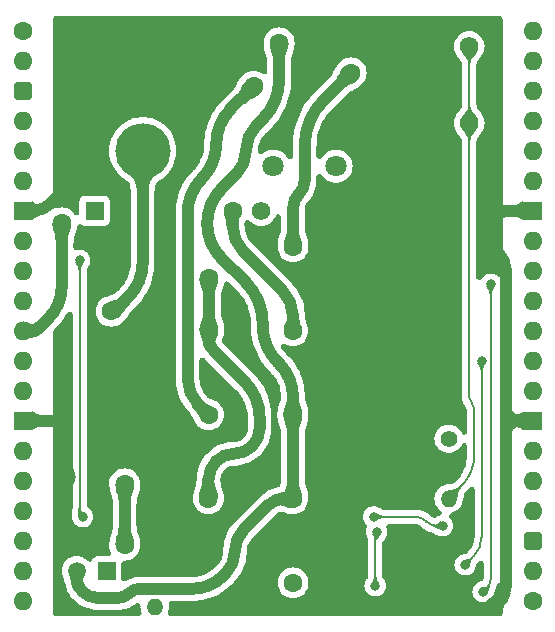
<source format=gbl>
%TF.GenerationSoftware,KiCad,Pcbnew,8.0.7*%
%TF.CreationDate,2025-05-21T11:40:48+02:00*%
%TF.ProjectId,Power and Reset,506f7765-7220-4616-9e64-205265736574,V1*%
%TF.SameCoordinates,Original*%
%TF.FileFunction,Copper,L2,Bot*%
%TF.FilePolarity,Positive*%
%FSLAX46Y46*%
G04 Gerber Fmt 4.6, Leading zero omitted, Abs format (unit mm)*
G04 Created by KiCad (PCBNEW 8.0.7) date 2025-05-21 11:40:48*
%MOMM*%
%LPD*%
G01*
G04 APERTURE LIST*
G04 Aperture macros list*
%AMRoundRect*
0 Rectangle with rounded corners*
0 $1 Rounding radius*
0 $2 $3 $4 $5 $6 $7 $8 $9 X,Y pos of 4 corners*
0 Add a 4 corners polygon primitive as box body*
4,1,4,$2,$3,$4,$5,$6,$7,$8,$9,$2,$3,0*
0 Add four circle primitives for the rounded corners*
1,1,$1+$1,$2,$3*
1,1,$1+$1,$4,$5*
1,1,$1+$1,$6,$7*
1,1,$1+$1,$8,$9*
0 Add four rect primitives between the rounded corners*
20,1,$1+$1,$2,$3,$4,$5,0*
20,1,$1+$1,$4,$5,$6,$7,0*
20,1,$1+$1,$6,$7,$8,$9,0*
20,1,$1+$1,$8,$9,$2,$3,0*%
G04 Aperture macros list end*
%TA.AperFunction,ComponentPad*%
%ADD10R,1.575000X1.575000*%
%TD*%
%TA.AperFunction,ComponentPad*%
%ADD11C,1.575000*%
%TD*%
%TA.AperFunction,ComponentPad*%
%ADD12R,1.500000X1.500000*%
%TD*%
%TA.AperFunction,ComponentPad*%
%ADD13C,1.500000*%
%TD*%
%TA.AperFunction,ComponentPad*%
%ADD14C,1.600000*%
%TD*%
%TA.AperFunction,ComponentPad*%
%ADD15C,1.400000*%
%TD*%
%TA.AperFunction,ComponentPad*%
%ADD16O,1.400000X1.400000*%
%TD*%
%TA.AperFunction,ComponentPad*%
%ADD17C,4.700000*%
%TD*%
%TA.AperFunction,ComponentPad*%
%ADD18C,4.150000*%
%TD*%
%TA.AperFunction,ComponentPad*%
%ADD19C,1.800000*%
%TD*%
%TA.AperFunction,ComponentPad*%
%ADD20O,1.600000X1.600000*%
%TD*%
%TA.AperFunction,ComponentPad*%
%ADD21RoundRect,0.400000X-0.400000X-0.400000X0.400000X-0.400000X0.400000X0.400000X-0.400000X0.400000X0*%
%TD*%
%TA.AperFunction,ComponentPad*%
%ADD22R,1.600000X1.600000*%
%TD*%
%TA.AperFunction,ComponentPad*%
%ADD23RoundRect,0.400000X0.400000X0.400000X-0.400000X0.400000X-0.400000X-0.400000X0.400000X-0.400000X0*%
%TD*%
%TA.AperFunction,ViaPad*%
%ADD24C,1.600000*%
%TD*%
%TA.AperFunction,ViaPad*%
%ADD25C,0.800000*%
%TD*%
%TA.AperFunction,Conductor*%
%ADD26C,1.000000*%
%TD*%
%TA.AperFunction,Conductor*%
%ADD27C,0.200000*%
%TD*%
G04 APERTURE END LIST*
D10*
%TO.P,S2,1,C1*%
%TO.N,/GND*%
X33310000Y-7822000D03*
D11*
%TO.P,S2,2,C2*%
X33310000Y-1322000D03*
%TO.P,S2,3,N1*%
%TO.N,/~{Reset} SW*%
X37810001Y-7822000D03*
%TO.P,S2,4,N2*%
X37810000Y-1321999D03*
%TD*%
D12*
%TO.P,LED1,1,K*%
%TO.N,Net-(LED1-K)*%
X7112000Y-45720000D03*
D13*
%TO.P,LED1,2,A*%
%TO.N,/5V*%
X4572000Y-45720000D03*
%TD*%
D14*
%TO.P,C8,1*%
%TO.N,/3.3V*%
X22892000Y-46736000D03*
%TO.P,C8,2*%
%TO.N,/GND*%
X25392000Y-46736000D03*
%TD*%
D15*
%TO.P,R4,1*%
%TO.N,/GND*%
X11176000Y-43688000D03*
D16*
%TO.P,R4,2*%
%TO.N,Net-(LED1-K)*%
X11176000Y-48768000D03*
%TD*%
D17*
%TO.P,J1,INNER,VCC*%
%TO.N,/18V Source*%
X10160000Y-10160001D03*
D18*
%TO.P,J1,SHL1,GND*%
%TO.N,/GND*%
X5460000Y-6960001D03*
%TO.P,J1,SHL2,GND*%
X10160000Y-3960001D03*
%TD*%
D14*
%TO.P,C6,1*%
%TO.N,/5V*%
X22876000Y-39624000D03*
%TO.P,C6,2*%
%TO.N,/GND*%
X25376000Y-39624000D03*
%TD*%
D10*
%TO.P,D1,1*%
%TO.N,/18V*%
X6096000Y-15240000D03*
D11*
%TO.P,D1,2*%
%TO.N,/18V Switched*%
X20196000Y-15240000D03*
%TD*%
D14*
%TO.P,C7,1*%
%TO.N,/3.3V*%
X15748000Y-32512000D03*
%TO.P,C7,2*%
%TO.N,/GND*%
X18248000Y-32512000D03*
%TD*%
%TO.P,C1,1*%
%TO.N,/18V*%
X22876000Y-25400000D03*
%TO.P,C1,2*%
%TO.N,/GND*%
X25376000Y-25400000D03*
%TD*%
D15*
%TO.P,R1,1*%
%TO.N,/5V*%
X36068000Y-34544000D03*
D16*
%TO.P,R1,2*%
%TO.N,/~{Reset} SW*%
X36068000Y-39624000D03*
%TD*%
D14*
%TO.P,C5,1*%
%TO.N,/5V*%
X22876000Y-32512000D03*
%TO.P,C5,2*%
%TO.N,/GND*%
X25376000Y-32512000D03*
%TD*%
D19*
%TO.P,S1,1,1*%
%TO.N,/18V Switched*%
X21226000Y-11476000D03*
%TO.P,S1,2,2*%
%TO.N,/18V Source*%
X26526000Y-11476000D03*
%TD*%
D14*
%TO.P,J2,1,Pin_1*%
%TO.N,unconnected-(J2-Pin_1-Pad1)*%
X0Y0D03*
D20*
%TO.P,J2,2,Pin_2*%
%TO.N,unconnected-(J2-Pin_2-Pad2)*%
X0Y-2540000D03*
D21*
%TO.P,J2,3,Pin_3*%
%TO.N,/5V*%
X0Y-5080000D03*
D20*
%TO.P,J2,4,Pin_4*%
%TO.N,unconnected-(J2-Pin_4-Pad4)*%
X0Y-7620000D03*
%TO.P,J2,5,Pin_5*%
%TO.N,unconnected-(J2-Pin_5-Pad5)*%
X0Y-10160000D03*
%TO.P,J2,6,Pin_6*%
%TO.N,unconnected-(J2-Pin_6-Pad6)*%
X0Y-12700000D03*
D22*
%TO.P,J2,7,Pin_7*%
%TO.N,/GND*%
X0Y-15240000D03*
D20*
%TO.P,J2,8,Pin_8*%
%TO.N,/~{Reset} SW*%
X0Y-17780000D03*
%TO.P,J2,9,Pin_9*%
%TO.N,unconnected-(J2-Pin_9-Pad9)*%
X0Y-20320000D03*
%TO.P,J2,10,Pin_10*%
%TO.N,/18V Source*%
X0Y-22860000D03*
%TO.P,J2,11,Pin_11*%
%TO.N,/18V Switched*%
X0Y-25400000D03*
%TO.P,J2,12,Pin_12*%
%TO.N,unconnected-(J2-Pin_12-Pad12)*%
X0Y-27940000D03*
%TO.P,J2,13,Pin_13*%
%TO.N,unconnected-(J2-Pin_13-Pad13)*%
X0Y-30480000D03*
D22*
%TO.P,J2,14,Pin_14*%
%TO.N,/GND*%
X0Y-33020000D03*
D20*
%TO.P,J2,15,Pin_15*%
%TO.N,unconnected-(J2-Pin_15-Pad15)*%
X0Y-35560000D03*
%TO.P,J2,16,Pin_16*%
%TO.N,unconnected-(J2-Pin_16-Pad16)*%
X0Y-38100000D03*
%TO.P,J2,17,Pin_17*%
%TO.N,unconnected-(J2-Pin_17-Pad17)*%
X0Y-40640000D03*
%TO.P,J2,18,Pin_18*%
%TO.N,unconnected-(J2-Pin_18-Pad18)*%
X0Y-43180000D03*
%TO.P,J2,19,Pin_19*%
%TO.N,unconnected-(J2-Pin_19-Pad19)*%
X0Y-45720000D03*
%TO.P,J2,20,Pin_20*%
%TO.N,unconnected-(J2-Pin_20-Pad20)*%
X0Y-48260000D03*
%TD*%
D14*
%TO.P,C4,1*%
%TO.N,/12V*%
X15764000Y-25400000D03*
%TO.P,C4,2*%
%TO.N,/GND*%
X18264000Y-25400000D03*
%TD*%
%TO.P,C3,1*%
%TO.N,/12V*%
X15732000Y-39624000D03*
%TO.P,C3,2*%
%TO.N,/GND*%
X18232000Y-39624000D03*
%TD*%
%TO.P,J3,1,Pin_1*%
%TO.N,unconnected-(J3-Pin_1-Pad1)*%
X43180000Y-48260000D03*
D20*
%TO.P,J3,2,Pin_2*%
%TO.N,unconnected-(J3-Pin_2-Pad2)*%
X43180000Y-45720000D03*
D23*
%TO.P,J3,3,Pin_3*%
%TO.N,/5V*%
X43180000Y-43180000D03*
D20*
%TO.P,J3,4,Pin_4*%
%TO.N,unconnected-(J3-Pin_4-Pad4)*%
X43180000Y-40640000D03*
%TO.P,J3,5,Pin_5*%
%TO.N,unconnected-(J3-Pin_5-Pad5)*%
X43180000Y-38100000D03*
%TO.P,J3,6,Pin_6*%
%TO.N,unconnected-(J3-Pin_6-Pad6)*%
X43180000Y-35560000D03*
D22*
%TO.P,J3,7,Pin_7*%
%TO.N,/GND*%
X43180000Y-33020000D03*
D20*
%TO.P,J3,8,Pin_8*%
%TO.N,unconnected-(J3-Pin_8-Pad8)*%
X43180000Y-30480000D03*
%TO.P,J3,9,Pin_9*%
%TO.N,/~{Reset}_{5V}*%
X43180000Y-27940000D03*
%TO.P,J3,10,Pin_10*%
%TO.N,unconnected-(J3-Pin_10-Pad10)*%
X43180000Y-25400000D03*
%TO.P,J3,11,Pin_11*%
%TO.N,unconnected-(J3-Pin_11-Pad11)*%
X43180000Y-22860000D03*
%TO.P,J3,12,Pin_12*%
%TO.N,/~{Reset}_{3.3V}*%
X43180000Y-20320000D03*
%TO.P,J3,13,Pin_13*%
%TO.N,unconnected-(J3-Pin_13-Pad13)*%
X43180000Y-17780000D03*
D22*
%TO.P,J3,14,Pin_14*%
%TO.N,/GND*%
X43180000Y-15240000D03*
D20*
%TO.P,J3,15,Pin_15*%
%TO.N,unconnected-(J3-Pin_15-Pad15)*%
X43180000Y-12700000D03*
%TO.P,J3,16,Pin_16*%
%TO.N,unconnected-(J3-Pin_16-Pad16)*%
X43180000Y-10160000D03*
%TO.P,J3,17,Pin_17*%
%TO.N,unconnected-(J3-Pin_17-Pad17)*%
X43180000Y-7620000D03*
%TO.P,J3,18,Pin_18*%
%TO.N,/3.3V*%
X43180000Y-5080000D03*
%TO.P,J3,19,Pin_19*%
%TO.N,unconnected-(J3-Pin_19-Pad19)*%
X43180000Y-2540000D03*
%TO.P,J3,20,Pin_20*%
%TO.N,/12V*%
X43180000Y0D03*
%TD*%
D14*
%TO.P,C2,1*%
%TO.N,/12V*%
X22891999Y-18288000D03*
%TO.P,C2,2*%
%TO.N,/GND*%
X25391999Y-18288000D03*
%TD*%
D24*
%TO.N,/5V*%
X21717004Y-1016000D03*
%TO.N,/GND*%
X39687500Y-15557500D03*
X3683000Y-37846000D03*
X11684000Y-23876000D03*
X33020000Y-22606000D03*
X39878000Y-48768000D03*
X6350000Y-37846000D03*
X33020000Y-12700000D03*
X20447000Y-43688000D03*
X36576000Y-32512000D03*
X6350000Y-30099000D03*
%TO.N,/3.3V*%
X8636000Y-38354000D03*
X8636000Y-43560996D03*
X19558000Y-4699000D03*
%TO.N,/12V*%
X15764000Y-20955000D03*
X27813000Y-3556000D03*
%TO.N,/18V*%
X17780000Y-15240000D03*
%TO.N,/18V Switched*%
X3304793Y-16258793D03*
%TO.N,/18V Source*%
X7492997Y-23748997D03*
D25*
%TO.N,/~{Reset}_{5V}*%
X38862000Y-27940000D03*
X37465000Y-45212000D03*
X29845000Y-46990000D03*
X29971996Y-42418000D03*
%TO.N,/~{Reset}_{3.3V}*%
X38989000Y-47498000D03*
X39624000Y-21463002D03*
%TO.N,/~{Reset} SW*%
X4826000Y-19431000D03*
X35560000Y-41910000D03*
X29718000Y-41148000D03*
X5080000Y-41148000D03*
%TD*%
D26*
%TO.N,/3.3V*%
X15173499Y-12512500D02*
G75*
G03*
X13963996Y-15432493I2920001J-2920000D01*
G01*
X17595334Y-6661665D02*
G75*
G03*
X16383008Y-9588500I2926866J-2926835D01*
G01*
X16383000Y-9592507D02*
G75*
G02*
X15173497Y-12512498I-4129500J7D01*
G01*
X13963999Y-29466519D02*
G75*
G03*
X14855999Y-31619999I3045481J-1D01*
G01*
%TO.N,/GND*%
X25376000Y-39469158D02*
G75*
G02*
X24140327Y-42452327I-4218850J8D01*
G01*
X13843000Y-9776356D02*
G75*
G02*
X12763503Y-12382503I-3685650J-4D01*
G01*
X33165000Y-10777000D02*
G75*
G03*
X33019984Y-11127060I350100J-350100D01*
G01*
X24517000Y-45300340D02*
G75*
G02*
X24892030Y-46205670I-905300J-905360D01*
G01*
X40229506Y-15240000D02*
G75*
G03*
X39846248Y-15398748I-6J-542000D01*
G01*
X42037000Y-33020000D02*
G75*
G03*
X40894000Y-34163000I0J-1143000D01*
G01*
X40894000Y-31877000D02*
G75*
G03*
X42037000Y-33020000I1143000J0D01*
G01*
X3302000Y-33401000D02*
G75*
G02*
X3682994Y-34320815I-919800J-919800D01*
G01*
X21675830Y-43688000D02*
G75*
G03*
X23773568Y-42819079I-30J2966700D01*
G01*
X23773574Y-44556914D02*
G75*
G03*
X21675830Y-43687991I-2097774J-2097786D01*
G01*
X23773574Y-42819085D02*
G75*
G03*
X23773573Y-44556914I868926J-868915D01*
G01*
X2406617Y-14611381D02*
G75*
G02*
X889000Y-15239997I-1517617J1517621D01*
G01*
X3302000Y-33401000D02*
G75*
G03*
X2382184Y-33020002I-919810J-919810D01*
G01*
X39687500Y-17371375D02*
G75*
G03*
X40290743Y-18827757I2059600J-25D01*
G01*
X12548994Y-6348995D02*
G75*
G02*
X13843002Y-9473000I-3123994J-3124005D01*
G01*
X6810000Y-8759000D02*
G75*
G02*
X5785403Y-11232598I-3498200J0D01*
G01*
X6664308Y-28895691D02*
G75*
G03*
X6349994Y-29654500I758792J-758809D01*
G01*
X33310000Y-10426939D02*
G75*
G02*
X33164989Y-10776989I-495100J39D01*
G01*
X40894000Y-47033579D02*
G75*
G02*
X40386006Y-48260006I-1734400J-21D01*
G01*
X12763500Y-12382500D02*
G75*
G03*
X11683999Y-14988643I2606130J-2606140D01*
G01*
X40290750Y-18827750D02*
G75*
G02*
X40893990Y-20284124I-1456350J-1456350D01*
G01*
X40894000Y-34163000D02*
X40894000Y-31877000D01*
%TO.N,/5V*%
X4572000Y-46355000D02*
G75*
G03*
X5021017Y-47439007I1533000J0D01*
G01*
X9936815Y-47244000D02*
G75*
G03*
X9016995Y-47624995I-15J-1300800D01*
G01*
X16833334Y-13392665D02*
G75*
G03*
X15621008Y-16319500I2926866J-2926835D01*
G01*
X21717004Y-4120336D02*
G75*
G02*
X20320001Y-7492997I-4769674J6D01*
G01*
X16922749Y-46196249D02*
G75*
G02*
X14393257Y-47244002I-2529499J2529499D01*
G01*
X20320000Y-24989635D02*
G75*
G03*
X21597999Y-28075001I4363360J-5D01*
G01*
X5080000Y-47498000D02*
G75*
G03*
X6306420Y-48005992I1226400J1226400D01*
G01*
X18883159Y-21296159D02*
G75*
G02*
X20319995Y-24765000I-3468859J-3468841D01*
G01*
X19776124Y-8036875D02*
G75*
G03*
X18922985Y-10096500I2059576J-2059625D01*
G01*
X17970500Y-44069000D02*
G75*
G02*
X17207169Y-45911812I-2606100J0D01*
G01*
X15621000Y-16319500D02*
G75*
G03*
X16833328Y-19246340I4139200J0D01*
G01*
X18733821Y-42226178D02*
G75*
G03*
X17970487Y-44069000I1842779J-1842822D01*
G01*
X21759124Y-28236124D02*
G75*
G02*
X22875985Y-30932500I-2696424J-2696376D01*
G01*
X9017000Y-47625000D02*
G75*
G02*
X8097184Y-48005994I-919800J919800D01*
G01*
X22106000Y-39624000D02*
G75*
G03*
X20791537Y-40168482I0J-1858900D01*
G01*
X18923000Y-10096500D02*
G75*
G02*
X18069865Y-12156114I-2912700J0D01*
G01*
%TO.N,/18V Source*%
X7836807Y-23659192D02*
G75*
G02*
X7620000Y-23749001I-216807J216792D01*
G01*
X10160000Y-19629753D02*
G75*
G02*
X8953501Y-22542498I-4119250J3D01*
G01*
%TO.N,/18V Switched*%
X1531369Y-25000000D02*
G75*
G02*
X565685Y-25400001I-965689J965690D01*
G01*
X3303396Y-16260189D02*
G75*
G03*
X3301981Y-16263560I3404J-3411D01*
G01*
X3302000Y-21694502D02*
G75*
G02*
X2216685Y-24314685I-3705512J5D01*
G01*
%TO.N,/18V*%
X21983631Y-21983631D02*
G75*
G02*
X22876011Y-24138000I-2154331J-2154369D01*
G01*
X17780000Y-16510000D02*
G75*
G03*
X18678015Y-18678035I3066100J0D01*
G01*
%TO.N,/12V*%
X16374999Y-36456999D02*
G75*
G03*
X15732015Y-38009339I1552301J-1552301D01*
G01*
X23876000Y-12639206D02*
G75*
G02*
X23383997Y-13826998I-1679800J6D01*
G01*
X17907000Y-35814000D02*
G75*
G03*
X16389390Y-36442625I0J-2146200D01*
G01*
X20066000Y-33645974D02*
G75*
G02*
X19430999Y-35178999I-2168030J4D01*
G01*
X23383999Y-13827000D02*
G75*
G03*
X22891996Y-15014794I1187801J-1187800D01*
G01*
X25469792Y-5899207D02*
G75*
G03*
X23875959Y-9746963I3847708J-3847793D01*
G01*
X19424617Y-35185382D02*
G75*
G02*
X17907000Y-35814010I-1517617J1517582D01*
G01*
X15764000Y-26043000D02*
G75*
G03*
X16218677Y-27140661I1552300J0D01*
G01*
X18808764Y-29730764D02*
G75*
G02*
X20065992Y-32766000I-3035264J-3035236D01*
G01*
X15764000Y-24757000D02*
X15764000Y-26043000D01*
D27*
%TO.N,/~{Reset} SW*%
X38022000Y-31519600D02*
G75*
G02*
X38233995Y-32031412I-511800J-511800D01*
G01*
X38234000Y-35926405D02*
G75*
G02*
X37150999Y-38540998I-3697600J5D01*
G01*
X37810001Y-31007788D02*
G75*
G03*
X38021997Y-31519603I723799J-12D01*
G01*
X4826000Y-40714394D02*
G75*
G03*
X4952998Y-41021002I433600J-6D01*
G01*
X34184789Y-41550789D02*
G75*
G03*
X35052000Y-41910006I867211J867189D01*
G01*
X34163000Y-41529000D02*
G75*
G03*
X33243184Y-41148006I-919800J-919800D01*
G01*
%TO.N,/~{Reset}_{3.3V}*%
X39624000Y-46413987D02*
G75*
G02*
X39306504Y-47180504I-1084000J-13D01*
G01*
%TO.N,/~{Reset}_{5V}*%
X38862000Y-42827171D02*
G75*
G02*
X38163508Y-44513508I-2384800J-29D01*
G01*
X29908498Y-42481498D02*
G75*
G03*
X29844998Y-42634795I153302J-153302D01*
G01*
D26*
%TO.N,/5V*%
X21598000Y-28075000D02*
X21759124Y-28236124D01*
X22876000Y-32512000D02*
X22876000Y-30932500D01*
X21717004Y-4120336D02*
X21717004Y-1016000D01*
X18883159Y-21296159D02*
X16833334Y-19246334D01*
X20320001Y-7492997D02*
X19776124Y-8036875D01*
X22106000Y-39624000D02*
X22876000Y-39624000D01*
X6306420Y-48006000D02*
X8097184Y-48006000D01*
X9936815Y-47244000D02*
X14393257Y-47244000D01*
X18733821Y-42226178D02*
X20791527Y-40168472D01*
X22876000Y-32512000D02*
X22876000Y-39624000D01*
X4572000Y-46355000D02*
X4572000Y-45720000D01*
X20320000Y-24989635D02*
X20320000Y-24765000D01*
X5021012Y-47439012D02*
X5080000Y-47498000D01*
X16922749Y-46196249D02*
X17207178Y-45911821D01*
X16833334Y-13392665D02*
X18069875Y-12156124D01*
%TO.N,/GND*%
X33310000Y-10426939D02*
X33310000Y-7822000D01*
X6810000Y-8759000D02*
X6810000Y-7310001D01*
X39878000Y-48768000D02*
X40386000Y-48260000D01*
X10160000Y-3960001D02*
X6810000Y-7310001D01*
X6350000Y-30099000D02*
X6350000Y-29654500D01*
X6350000Y-30099000D02*
X6350000Y-37846000D01*
X21675830Y-43688000D02*
X20447000Y-43688000D01*
X42037000Y-33020000D02*
X43180000Y-33020000D01*
X24140329Y-42452329D02*
X23773574Y-42819085D01*
X3683000Y-37846000D02*
X3683000Y-34320815D01*
X40894000Y-34163000D02*
X40894000Y-47033579D01*
X13843000Y-9776356D02*
X13843000Y-9473000D01*
X25376000Y-25400000D02*
X25376000Y-18303999D01*
X39846250Y-15398750D02*
X39687500Y-15557500D01*
X40229506Y-15240000D02*
X43180000Y-15240000D01*
X25376000Y-25400000D02*
X25376000Y-32512000D01*
X11684000Y-14988643D02*
X11684000Y-23876000D01*
X40894000Y-31877000D02*
X40894000Y-20284124D01*
X24892000Y-46205670D02*
X24892000Y-46736000D01*
X33020000Y-12700000D02*
X33020000Y-22606000D01*
X10160000Y-3960001D02*
X12548994Y-6348995D01*
X33310000Y-7822000D02*
X33310000Y-1322000D01*
X2406617Y-14611381D02*
X5785402Y-11232597D01*
X889000Y-15240000D02*
X0Y-15240000D01*
X33020000Y-11127060D02*
X33020000Y-12700000D01*
X36576000Y-32512000D02*
X25376000Y-32512000D01*
X25376000Y-39469158D02*
X25376000Y-32512000D01*
X6664308Y-28895691D02*
X11684000Y-23876000D01*
X39687500Y-17371375D02*
X39687500Y-15557500D01*
X2382184Y-33020000D02*
X0Y-33020000D01*
X24517000Y-45300340D02*
X23773574Y-44556914D01*
%TO.N,/3.3V*%
X17595334Y-6661665D02*
X19558000Y-4699000D01*
X8636000Y-38354000D02*
X8636000Y-43560996D01*
X16383000Y-9588500D02*
X16383000Y-9592507D01*
X14855999Y-31619999D02*
X15748000Y-32512000D01*
X13963999Y-15432493D02*
X13963999Y-29466519D01*
%TO.N,/12V*%
X15732000Y-38009339D02*
X15732000Y-39624000D01*
X15764000Y-24757000D02*
X15764000Y-20955000D01*
X16374999Y-36456999D02*
X16389382Y-36442617D01*
X23876000Y-12639206D02*
X23876000Y-9746963D01*
X22891999Y-15014794D02*
X22891999Y-18288000D01*
X20066000Y-33645974D02*
X20066000Y-32766000D01*
X27813000Y-3556000D02*
X25469792Y-5899207D01*
X16218669Y-27140669D02*
X18808764Y-29730764D01*
X19430999Y-35178999D02*
X19424617Y-35185382D01*
%TO.N,/18V*%
X21983631Y-21983631D02*
X18678025Y-18678025D01*
X22876000Y-24138000D02*
X22876000Y-25400000D01*
X17780000Y-15240000D02*
X17780000Y-16510000D01*
%TO.N,/18V Switched*%
X1531369Y-25000000D02*
X2216685Y-24314685D01*
X3302000Y-16263560D02*
X3302000Y-21694502D01*
X3303396Y-16260189D02*
X3304793Y-16258793D01*
X565685Y-25400000D02*
X0Y-25400000D01*
%TO.N,/18V Source*%
X10160000Y-19629753D02*
X10160000Y-10160000D01*
X7620000Y-23748997D02*
X7492997Y-23748997D01*
X7836807Y-23659192D02*
X8953501Y-22542498D01*
D27*
%TO.N,/~{Reset}_{5V}*%
X38163500Y-44513500D02*
X37465000Y-45212000D01*
X29971996Y-42418000D02*
X29908498Y-42481498D01*
X38862000Y-42827171D02*
X38862000Y-27940000D01*
X29845000Y-42634795D02*
X29845000Y-46990000D01*
%TO.N,/~{Reset}_{3.3V}*%
X39624000Y-21463002D02*
X39624000Y-46413987D01*
X38989000Y-47498000D02*
X39306500Y-47180500D01*
%TO.N,/~{Reset} SW*%
X4826000Y-40714394D02*
X4826000Y-19431000D01*
X35560000Y-41910000D02*
X35052000Y-41910000D01*
X37151000Y-38540999D02*
X36068000Y-39623999D01*
X29718000Y-41148000D02*
X33243184Y-41148000D01*
X37810001Y-31007788D02*
X37810001Y-7822000D01*
X4953000Y-41021000D02*
X5080000Y-41148000D01*
X38234000Y-32031412D02*
X38234000Y-35926405D01*
X37810000Y-1321999D02*
X37810000Y-7821999D01*
X34184789Y-41550789D02*
X34163000Y-41529000D01*
%TD*%
%TA.AperFunction,Conductor*%
%TO.N,/GND*%
G36*
X40486288Y1251046D02*
G01*
X40567070Y1197070D01*
X40621046Y1116288D01*
X40640000Y1021000D01*
X40640000Y-20600133D01*
X40621046Y-20695421D01*
X40567070Y-20776203D01*
X40486288Y-20830179D01*
X40391000Y-20849133D01*
X40295712Y-20830179D01*
X40241665Y-20796079D01*
X40240427Y-20797784D01*
X40229872Y-20790115D01*
X40229871Y-20790114D01*
X40099537Y-20695421D01*
X40076728Y-20678849D01*
X39903810Y-20601860D01*
X39903796Y-20601856D01*
X39718646Y-20562502D01*
X39529354Y-20562502D01*
X39344203Y-20601856D01*
X39344189Y-20601860D01*
X39171271Y-20678849D01*
X39018126Y-20790116D01*
X38891469Y-20930782D01*
X38891466Y-20930785D01*
X38875141Y-20959063D01*
X38811082Y-21032108D01*
X38723946Y-21075078D01*
X38626999Y-21081432D01*
X38535000Y-21050202D01*
X38461955Y-20986143D01*
X38418985Y-20899007D01*
X38410501Y-20834562D01*
X38410501Y-9482793D01*
X38413263Y-9453089D01*
X38412394Y-9452990D01*
X38422503Y-9364722D01*
X38437604Y-9232870D01*
X38458936Y-9156794D01*
X38471807Y-9128930D01*
X38504668Y-9076254D01*
X38591465Y-8969519D01*
X38591484Y-8969496D01*
X38594166Y-8966170D01*
X38762174Y-8755963D01*
X38789250Y-8718728D01*
X38790421Y-8716953D01*
X38813932Y-8677529D01*
X38907223Y-8503607D01*
X38922675Y-8478496D01*
X38929703Y-8468460D01*
X38950899Y-8423002D01*
X38957123Y-8410576D01*
X38976913Y-8373685D01*
X38988059Y-8351629D01*
X38988553Y-8350589D01*
X39003076Y-8312594D01*
X39009971Y-8296321D01*
X39024948Y-8264205D01*
X39083279Y-8046513D01*
X39102921Y-7822000D01*
X39083279Y-7597487D01*
X39024948Y-7379795D01*
X39001050Y-7328545D01*
X38992286Y-7309750D01*
X38984013Y-7289790D01*
X38976916Y-7270319D01*
X38976913Y-7270313D01*
X38957118Y-7233410D01*
X38950870Y-7220935D01*
X38945217Y-7208811D01*
X38929703Y-7175540D01*
X38929701Y-7175537D01*
X38929701Y-7175535D01*
X38922684Y-7165515D01*
X38907223Y-7140389D01*
X38813951Y-6966502D01*
X38813942Y-6966486D01*
X38813933Y-6966469D01*
X38790421Y-6927045D01*
X38789250Y-6925270D01*
X38789231Y-6925244D01*
X38778836Y-6910949D01*
X38762172Y-6888034D01*
X38594225Y-6677905D01*
X38594090Y-6677736D01*
X38593070Y-6676465D01*
X38591477Y-6674495D01*
X38504667Y-6567743D01*
X38471799Y-6515049D01*
X38468621Y-6508168D01*
X38468615Y-6508156D01*
X38458936Y-6487202D01*
X38437603Y-6411125D01*
X38413403Y-6199844D01*
X38412901Y-6196261D01*
X38410500Y-6161763D01*
X38410500Y-2982792D01*
X38413262Y-2953088D01*
X38412393Y-2952989D01*
X38418089Y-2903258D01*
X38437603Y-2732869D01*
X38458935Y-2656793D01*
X38471806Y-2628929D01*
X38504667Y-2576253D01*
X38591464Y-2469518D01*
X38591483Y-2469495D01*
X38594165Y-2466169D01*
X38762173Y-2255962D01*
X38789249Y-2218727D01*
X38790420Y-2216952D01*
X38813931Y-2177528D01*
X38907222Y-2003606D01*
X38922674Y-1978495D01*
X38929702Y-1968459D01*
X38950898Y-1923001D01*
X38957122Y-1910575D01*
X38976912Y-1873684D01*
X38988058Y-1851628D01*
X38988552Y-1850588D01*
X39003075Y-1812593D01*
X39009970Y-1796320D01*
X39024947Y-1764204D01*
X39083278Y-1546512D01*
X39102920Y-1321999D01*
X39083278Y-1097486D01*
X39024947Y-879794D01*
X38929702Y-675539D01*
X38800434Y-490926D01*
X38641073Y-331565D01*
X38456460Y-202297D01*
X38378192Y-165800D01*
X38252204Y-107051D01*
X38252197Y-107049D01*
X38034522Y-48723D01*
X38034517Y-48722D01*
X38034513Y-48721D01*
X37810000Y-29079D01*
X37585487Y-48721D01*
X37585483Y-48721D01*
X37585477Y-48723D01*
X37367802Y-107049D01*
X37367795Y-107051D01*
X37218079Y-176865D01*
X37163540Y-202297D01*
X36978927Y-331565D01*
X36819566Y-490926D01*
X36690298Y-675539D01*
X36690296Y-675542D01*
X36690296Y-675543D01*
X36595052Y-879794D01*
X36595050Y-879801D01*
X36536724Y-1097476D01*
X36536722Y-1097482D01*
X36536722Y-1097486D01*
X36517080Y-1321999D01*
X36532884Y-1502648D01*
X36536722Y-1546509D01*
X36536724Y-1546521D01*
X36595050Y-1764196D01*
X36595052Y-1764203D01*
X36627714Y-1834248D01*
X36635985Y-1854203D01*
X36643086Y-1873686D01*
X36662884Y-1910595D01*
X36669126Y-1923057D01*
X36690295Y-1968453D01*
X36690298Y-1968459D01*
X36697322Y-1978491D01*
X36712767Y-2003590D01*
X36806066Y-2177527D01*
X36806067Y-2177528D01*
X36806076Y-2177544D01*
X36829564Y-2216931D01*
X36830755Y-2218736D01*
X36857827Y-2255965D01*
X37025901Y-2466253D01*
X37028440Y-2469402D01*
X37115331Y-2576254D01*
X37148192Y-2628935D01*
X37161062Y-2656797D01*
X37182395Y-2732877D01*
X37206591Y-2944124D01*
X37207096Y-2947725D01*
X37209500Y-2982244D01*
X37209500Y-6161212D01*
X37206739Y-6190910D01*
X37207608Y-6191010D01*
X37182395Y-6411120D01*
X37161065Y-6487193D01*
X37148195Y-6515057D01*
X37115331Y-6567744D01*
X37028517Y-6674501D01*
X37025828Y-6677838D01*
X36857830Y-6888029D01*
X36830766Y-6925244D01*
X36829624Y-6926975D01*
X36829607Y-6927001D01*
X36806078Y-6966451D01*
X36806058Y-6966486D01*
X36712770Y-7140400D01*
X36697327Y-7165501D01*
X36690300Y-7175537D01*
X36690295Y-7175545D01*
X36669123Y-7220949D01*
X36662886Y-7233402D01*
X36643074Y-7270340D01*
X36631820Y-7292625D01*
X36631323Y-7293673D01*
X36616889Y-7331464D01*
X36609953Y-7347843D01*
X36595054Y-7379794D01*
X36595050Y-7379806D01*
X36536725Y-7597477D01*
X36536723Y-7597489D01*
X36517081Y-7822000D01*
X36536723Y-8046510D01*
X36536725Y-8046522D01*
X36595051Y-8264197D01*
X36595053Y-8264204D01*
X36627715Y-8334249D01*
X36635986Y-8354204D01*
X36643087Y-8373687D01*
X36662885Y-8410596D01*
X36669127Y-8423058D01*
X36690296Y-8468454D01*
X36690299Y-8468460D01*
X36697323Y-8478492D01*
X36712768Y-8503591D01*
X36806067Y-8677528D01*
X36806068Y-8677529D01*
X36806077Y-8677545D01*
X36829565Y-8716932D01*
X36830756Y-8718737D01*
X36857828Y-8755966D01*
X37025902Y-8966254D01*
X37028441Y-8969403D01*
X37115332Y-9076255D01*
X37148193Y-9128936D01*
X37161063Y-9156798D01*
X37182396Y-9232878D01*
X37206592Y-9444125D01*
X37207097Y-9447726D01*
X37209501Y-9482245D01*
X37209501Y-31094517D01*
X37209505Y-31094582D01*
X37225248Y-31214175D01*
X37232162Y-31266695D01*
X37277092Y-31434381D01*
X37311617Y-31517735D01*
X37343529Y-31594778D01*
X37423095Y-31732589D01*
X37430325Y-31745112D01*
X37536006Y-31882840D01*
X37536010Y-31882844D01*
X37545818Y-31892653D01*
X37545821Y-31892655D01*
X37545825Y-31892659D01*
X37560572Y-31907406D01*
X37614545Y-31988184D01*
X37633499Y-32083472D01*
X37633499Y-32119573D01*
X37633500Y-32119590D01*
X37633500Y-33935980D01*
X37614546Y-34031268D01*
X37560570Y-34112050D01*
X37479788Y-34166026D01*
X37384500Y-34184980D01*
X37289212Y-34166026D01*
X37208430Y-34112050D01*
X37161605Y-34046970D01*
X37093059Y-33909313D01*
X37093058Y-33909312D01*
X37093058Y-33909311D01*
X36958981Y-33731764D01*
X36797892Y-33584912D01*
X36794560Y-33581874D01*
X36605406Y-33464756D01*
X36605405Y-33464755D01*
X36605401Y-33464753D01*
X36550464Y-33443470D01*
X36397936Y-33384380D01*
X36179246Y-33343500D01*
X36179243Y-33343500D01*
X35956757Y-33343500D01*
X35956754Y-33343500D01*
X35738063Y-33384380D01*
X35530601Y-33464752D01*
X35530593Y-33464756D01*
X35341439Y-33581874D01*
X35177018Y-33731765D01*
X35042941Y-33909312D01*
X35042941Y-33909313D01*
X34974396Y-34046970D01*
X34943771Y-34108472D01*
X34932123Y-34149412D01*
X34882884Y-34322466D01*
X34862357Y-34544000D01*
X34882884Y-34765533D01*
X34882885Y-34765536D01*
X34943771Y-34979528D01*
X35042942Y-35178689D01*
X35177019Y-35356236D01*
X35257613Y-35429707D01*
X35341439Y-35506125D01*
X35389266Y-35535738D01*
X35530599Y-35623247D01*
X35738060Y-35703618D01*
X35738063Y-35703619D01*
X35956754Y-35744500D01*
X35956757Y-35744500D01*
X36179246Y-35744500D01*
X36397936Y-35703619D01*
X36397937Y-35703618D01*
X36397940Y-35703618D01*
X36605401Y-35623247D01*
X36794562Y-35506124D01*
X36958981Y-35356236D01*
X37093058Y-35178689D01*
X37161605Y-35041029D01*
X37221046Y-34964180D01*
X37305371Y-34915927D01*
X37401743Y-34903617D01*
X37495490Y-34929124D01*
X37572339Y-34988565D01*
X37620592Y-35072890D01*
X37633500Y-35152019D01*
X37633500Y-35920292D01*
X37633200Y-35932511D01*
X37619186Y-36217753D01*
X37616791Y-36242070D01*
X37575785Y-36518512D01*
X37571018Y-36542479D01*
X37503110Y-36813579D01*
X37496017Y-36836961D01*
X37401867Y-37100095D01*
X37392515Y-37122672D01*
X37273027Y-37375307D01*
X37261508Y-37396857D01*
X37117834Y-37636562D01*
X37104259Y-37656879D01*
X36937776Y-37881355D01*
X36922274Y-37900244D01*
X36730474Y-38111863D01*
X36722051Y-38120710D01*
X36700607Y-38142155D01*
X36700590Y-38142172D01*
X36693308Y-38149453D01*
X36669851Y-38168985D01*
X36670294Y-38169539D01*
X36663355Y-38175087D01*
X36663353Y-38175089D01*
X36599530Y-38226127D01*
X36525376Y-38285427D01*
X36458522Y-38323642D01*
X36452294Y-38326015D01*
X36392622Y-38340640D01*
X36287854Y-38352919D01*
X36287014Y-38352989D01*
X36281477Y-38353664D01*
X36280463Y-38353786D01*
X36280011Y-38353839D01*
X36279624Y-38353890D01*
X36123588Y-38372897D01*
X36043804Y-38382616D01*
X36036484Y-38383834D01*
X36000254Y-38389862D01*
X35998299Y-38390276D01*
X35955342Y-38401357D01*
X35779347Y-38455090D01*
X35752403Y-38461700D01*
X35738061Y-38464381D01*
X35738060Y-38464381D01*
X35706194Y-38476726D01*
X35688971Y-38482683D01*
X35664779Y-38490070D01*
X35641522Y-38497792D01*
X35640491Y-38498162D01*
X35640476Y-38498168D01*
X35580701Y-38524981D01*
X35568747Y-38529973D01*
X35530610Y-38544747D01*
X35530593Y-38544756D01*
X35341439Y-38661874D01*
X35177018Y-38811765D01*
X35042941Y-38989312D01*
X35042941Y-38989313D01*
X34943772Y-39188469D01*
X34882884Y-39402466D01*
X34862357Y-39624000D01*
X34882884Y-39845533D01*
X34898325Y-39899803D01*
X34943771Y-40059528D01*
X35042942Y-40258689D01*
X35177019Y-40436236D01*
X35341438Y-40586124D01*
X35355035Y-40594542D01*
X35426072Y-40660818D01*
X35466339Y-40749235D01*
X35469706Y-40846332D01*
X35435660Y-40937326D01*
X35369383Y-41008365D01*
X35292184Y-41043522D01*
X35292607Y-41044824D01*
X35281162Y-41048542D01*
X35280966Y-41048632D01*
X35280711Y-41048689D01*
X35280195Y-41048856D01*
X35186670Y-41090496D01*
X35173981Y-41095731D01*
X35150256Y-41104762D01*
X35150248Y-41104766D01*
X35141995Y-41109344D01*
X35122504Y-41119065D01*
X35107276Y-41125845D01*
X35107268Y-41125850D01*
X35103462Y-41128615D01*
X35077919Y-41144892D01*
X35012469Y-41181202D01*
X34971165Y-41206507D01*
X34880011Y-41240124D01*
X34782931Y-41236298D01*
X34694705Y-41195613D01*
X34683134Y-41186673D01*
X34627330Y-41140875D01*
X34618873Y-41133934D01*
X34600770Y-41117526D01*
X34499499Y-41016254D01*
X34499497Y-41016252D01*
X34301776Y-40864537D01*
X34301771Y-40864533D01*
X34290533Y-40858045D01*
X34085919Y-40739912D01*
X33855651Y-40644534D01*
X33855649Y-40644533D01*
X33855648Y-40644533D01*
X33614905Y-40580028D01*
X33367797Y-40547498D01*
X33367796Y-40547498D01*
X33243177Y-40547500D01*
X30596582Y-40547500D01*
X30556922Y-40544321D01*
X30552045Y-40543534D01*
X30552037Y-40543533D01*
X30552036Y-40543533D01*
X30517932Y-40540505D01*
X30424696Y-40513199D01*
X30400766Y-40498945D01*
X30384849Y-40488214D01*
X30384847Y-40488211D01*
X30312228Y-40439250D01*
X30284882Y-40422057D01*
X30283638Y-40421329D01*
X30283622Y-40421320D01*
X30283613Y-40421315D01*
X30255688Y-40406137D01*
X30175957Y-40365995D01*
X30109598Y-40332585D01*
X30093513Y-40324841D01*
X30092710Y-40324472D01*
X30032833Y-40301971D01*
X30019153Y-40296361D01*
X29997808Y-40286858D01*
X29997806Y-40286857D01*
X29997803Y-40286856D01*
X29997798Y-40286854D01*
X29997795Y-40286854D01*
X29812646Y-40247500D01*
X29623354Y-40247500D01*
X29438203Y-40286854D01*
X29438189Y-40286858D01*
X29265271Y-40363847D01*
X29112126Y-40475114D01*
X28985469Y-40615780D01*
X28924996Y-40720523D01*
X28890821Y-40779716D01*
X28883853Y-40801162D01*
X28832325Y-40959744D01*
X28812540Y-41148000D01*
X28832325Y-41336255D01*
X28845818Y-41377780D01*
X28890821Y-41516284D01*
X28964555Y-41643995D01*
X28985469Y-41680219D01*
X29094589Y-41801408D01*
X29144264Y-41884903D01*
X29158206Y-41981052D01*
X29146360Y-42044968D01*
X29086322Y-42229741D01*
X29086322Y-42229743D01*
X29066536Y-42418000D01*
X29086322Y-42606257D01*
X29133982Y-42752940D01*
X29138166Y-42767265D01*
X29139173Y-42771141D01*
X29140772Y-42777298D01*
X29193621Y-42903381D01*
X29196363Y-42910205D01*
X29217858Y-42966059D01*
X29233097Y-43029347D01*
X29235790Y-43054854D01*
X29237118Y-43076121D01*
X29239371Y-43191156D01*
X29239372Y-43191180D01*
X29243540Y-43252148D01*
X29242918Y-43252190D01*
X29244500Y-43271424D01*
X29244500Y-46111414D01*
X29241323Y-46151063D01*
X29240532Y-46155963D01*
X29237505Y-46190063D01*
X29210198Y-46283302D01*
X29195940Y-46307239D01*
X29136248Y-46395774D01*
X29119074Y-46423086D01*
X29118341Y-46424338D01*
X29103143Y-46452298D01*
X29029559Y-46598452D01*
X29025128Y-46607658D01*
X29018462Y-46620274D01*
X29017821Y-46621716D01*
X29011710Y-46640521D01*
X29008004Y-46651107D01*
X28996062Y-46682905D01*
X28992732Y-46695826D01*
X28992169Y-46695680D01*
X28988010Y-46713462D01*
X28959325Y-46801744D01*
X28939540Y-46990000D01*
X28959325Y-47178255D01*
X28985926Y-47260123D01*
X29017821Y-47358284D01*
X29100861Y-47502114D01*
X29112469Y-47522219D01*
X29234911Y-47658204D01*
X29239129Y-47662888D01*
X29322519Y-47723474D01*
X29392271Y-47774152D01*
X29565189Y-47851141D01*
X29565192Y-47851142D01*
X29565197Y-47851144D01*
X29750354Y-47890500D01*
X29939645Y-47890500D01*
X29939646Y-47890500D01*
X30124803Y-47851144D01*
X30187126Y-47823396D01*
X30297728Y-47774152D01*
X30297728Y-47774151D01*
X30297730Y-47774151D01*
X30450871Y-47662888D01*
X30577533Y-47522216D01*
X30672179Y-47358284D01*
X30730674Y-47178256D01*
X30750460Y-46990000D01*
X30730674Y-46801744D01*
X30672179Y-46621716D01*
X30672175Y-46621710D01*
X30671339Y-46619830D01*
X30664608Y-46606223D01*
X30664404Y-46606327D01*
X30654812Y-46587276D01*
X30586865Y-46452317D01*
X30571654Y-46424335D01*
X30570905Y-46423055D01*
X30553743Y-46395763D01*
X30531749Y-46363143D01*
X30494062Y-46307247D01*
X30456508Y-46217644D01*
X30452493Y-46190061D01*
X30449466Y-46155961D01*
X30447289Y-46137896D01*
X30445500Y-46108102D01*
X30445500Y-43345781D01*
X30464454Y-43250493D01*
X30518430Y-43169711D01*
X30523085Y-43165177D01*
X30592891Y-43098944D01*
X30639670Y-43048044D01*
X30641667Y-43045548D01*
X30681150Y-42988596D01*
X30695969Y-42963738D01*
X30702012Y-42954573D01*
X30704524Y-42950220D01*
X30704529Y-42950216D01*
X30719016Y-42925121D01*
X30720672Y-42922299D01*
X30768832Y-42841518D01*
X30786221Y-42809825D01*
X30786970Y-42808336D01*
X30786970Y-42808334D01*
X30787314Y-42807652D01*
X30794112Y-42795052D01*
X30799175Y-42786284D01*
X30812656Y-42744793D01*
X30817951Y-42730087D01*
X30820072Y-42724731D01*
X30820072Y-42724724D01*
X30822508Y-42715609D01*
X30826262Y-42702916D01*
X30829110Y-42694151D01*
X30857670Y-42606256D01*
X30877456Y-42418000D01*
X30857670Y-42229744D01*
X30852093Y-42212581D01*
X30840643Y-42177343D01*
X30807209Y-42074443D01*
X30795790Y-41977965D01*
X30822162Y-41884458D01*
X30882309Y-41808160D01*
X30967076Y-41760687D01*
X31044023Y-41748500D01*
X33170278Y-41748500D01*
X33230962Y-41748500D01*
X33255365Y-41749698D01*
X33355405Y-41759551D01*
X33403279Y-41769073D01*
X33459504Y-41786127D01*
X33487722Y-41794687D01*
X33532812Y-41813364D01*
X33610636Y-41854961D01*
X33651217Y-41882076D01*
X33728875Y-41945807D01*
X33746976Y-41962212D01*
X33760162Y-41975397D01*
X33760166Y-41975401D01*
X33760165Y-41975401D01*
X33826841Y-42042076D01*
X33826886Y-42042115D01*
X33844840Y-42060069D01*
X34034836Y-42205862D01*
X34242237Y-42325607D01*
X34242242Y-42325609D01*
X34242250Y-42325613D01*
X34463489Y-42417255D01*
X34475187Y-42420389D01*
X34523373Y-42433300D01*
X34564920Y-42449677D01*
X34565208Y-42449030D01*
X34573337Y-42452637D01*
X34573348Y-42452643D01*
X34704887Y-42500114D01*
X34724291Y-42508057D01*
X34767293Y-42527815D01*
X34767293Y-42527814D01*
X34790904Y-42538663D01*
X34805573Y-42545998D01*
X34882940Y-42587933D01*
X34885765Y-42589453D01*
X34885898Y-42589524D01*
X34888813Y-42591068D01*
X35004146Y-42651673D01*
X35017733Y-42658553D01*
X35018379Y-42658868D01*
X35018390Y-42658873D01*
X35032741Y-42665595D01*
X35144036Y-42715609D01*
X35188757Y-42735706D01*
X35195684Y-42738757D01*
X35195703Y-42738765D01*
X35195978Y-42738884D01*
X35195986Y-42738887D01*
X35250934Y-42758805D01*
X35267358Y-42765427D01*
X35280197Y-42771144D01*
X35465354Y-42810500D01*
X35465355Y-42810500D01*
X35654645Y-42810500D01*
X35654646Y-42810500D01*
X35839803Y-42771144D01*
X35852644Y-42765427D01*
X36012728Y-42694152D01*
X36012728Y-42694151D01*
X36012730Y-42694151D01*
X36165871Y-42582888D01*
X36292533Y-42442216D01*
X36387179Y-42278284D01*
X36445674Y-42098256D01*
X36465460Y-41910000D01*
X36445674Y-41721744D01*
X36387179Y-41541716D01*
X36292533Y-41377784D01*
X36292531Y-41377781D01*
X36292530Y-41377780D01*
X36165873Y-41237114D01*
X36163204Y-41234711D01*
X36160747Y-41231421D01*
X36157140Y-41227415D01*
X36157508Y-41227083D01*
X36105073Y-41156866D01*
X36081156Y-41062701D01*
X36095096Y-40966551D01*
X36144770Y-40883055D01*
X36222615Y-40824924D01*
X36284061Y-40804906D01*
X36304089Y-40801162D01*
X36397940Y-40783618D01*
X36605401Y-40703247D01*
X36794562Y-40586124D01*
X36958981Y-40436236D01*
X37093058Y-40258689D01*
X37192229Y-40059528D01*
X37196911Y-40043068D01*
X37199374Y-40035700D01*
X37199342Y-40035691D01*
X37204651Y-40018303D01*
X37290637Y-39736665D01*
X37301688Y-39693845D01*
X37302112Y-39691844D01*
X37309383Y-39648182D01*
X37325298Y-39517526D01*
X37326061Y-39515205D01*
X37338398Y-39409925D01*
X37338400Y-39409926D01*
X37351357Y-39299362D01*
X37365978Y-39239706D01*
X37368353Y-39233472D01*
X37406565Y-39166625D01*
X37516907Y-39028648D01*
X37520148Y-39024371D01*
X37542551Y-38998682D01*
X37544221Y-38997013D01*
X37575618Y-38965617D01*
X37575617Y-38965616D01*
X37648530Y-38892706D01*
X37648544Y-38892686D01*
X37708311Y-38832920D01*
X37821756Y-38697722D01*
X37897525Y-38636911D01*
X37990798Y-38609725D01*
X38087376Y-38620302D01*
X38172554Y-38667032D01*
X38233366Y-38742802D01*
X38260552Y-38836075D01*
X38261500Y-38857777D01*
X38261500Y-42819028D01*
X38260967Y-42835311D01*
X38247304Y-43043794D01*
X38243053Y-43076087D01*
X38203888Y-43272991D01*
X38195458Y-43304452D01*
X38130927Y-43494559D01*
X38118463Y-43524650D01*
X38029670Y-43704708D01*
X38013384Y-43732917D01*
X37901851Y-43899838D01*
X37882023Y-43925678D01*
X37744384Y-44082625D01*
X37733262Y-44094501D01*
X37722678Y-44105087D01*
X37722659Y-44105106D01*
X37661631Y-44166132D01*
X37631366Y-44191909D01*
X37627341Y-44194815D01*
X37627333Y-44194822D01*
X37601075Y-44216797D01*
X37515839Y-44263416D01*
X37488833Y-44270259D01*
X37450159Y-44277784D01*
X37384022Y-44290654D01*
X37384018Y-44290655D01*
X37352758Y-44297774D01*
X37352742Y-44297778D01*
X37352734Y-44297780D01*
X37351345Y-44298143D01*
X37320644Y-44307214D01*
X37207418Y-44344607D01*
X37189551Y-44349441D01*
X37183437Y-44351427D01*
X37167431Y-44357622D01*
X37167478Y-44357754D01*
X37165309Y-44358515D01*
X37147715Y-44364687D01*
X37147694Y-44364694D01*
X37147682Y-44364699D01*
X37146962Y-44364966D01*
X37081833Y-44394575D01*
X37078294Y-44396666D01*
X37052966Y-44409728D01*
X37012274Y-44427846D01*
X37012268Y-44427849D01*
X36859126Y-44539114D01*
X36732469Y-44679780D01*
X36646303Y-44829024D01*
X36637821Y-44843716D01*
X36628692Y-44871811D01*
X36579325Y-45023744D01*
X36559540Y-45212000D01*
X36579325Y-45400255D01*
X36606487Y-45483849D01*
X36637821Y-45580284D01*
X36732467Y-45744216D01*
X36732469Y-45744219D01*
X36859126Y-45884885D01*
X36859129Y-45884888D01*
X36932200Y-45937977D01*
X37012271Y-45996152D01*
X37185189Y-46073141D01*
X37185192Y-46073142D01*
X37185197Y-46073144D01*
X37370354Y-46112500D01*
X37559645Y-46112500D01*
X37559646Y-46112500D01*
X37744803Y-46073144D01*
X37917730Y-45996151D01*
X38070871Y-45884888D01*
X38197533Y-45744216D01*
X38292179Y-45580284D01*
X38301233Y-45552416D01*
X38315127Y-45518422D01*
X38318493Y-45511661D01*
X38369777Y-45356374D01*
X38378830Y-45325743D01*
X38379205Y-45324309D01*
X38386345Y-45292969D01*
X38406735Y-45188172D01*
X38443539Y-45098260D01*
X38460195Y-45075929D01*
X38482172Y-45049671D01*
X38493407Y-45035356D01*
X38513250Y-45012984D01*
X38515223Y-45011012D01*
X38515274Y-45010977D01*
X38588125Y-44938125D01*
X38588126Y-44938126D01*
X38598431Y-44927820D01*
X38679210Y-44873846D01*
X38774499Y-44854891D01*
X38869787Y-44873844D01*
X38950569Y-44927820D01*
X39004545Y-45008601D01*
X39023500Y-45103890D01*
X39023500Y-46363143D01*
X39004546Y-46458431D01*
X38950570Y-46539213D01*
X38869788Y-46593189D01*
X38840016Y-46603369D01*
X38752445Y-46627252D01*
X38738699Y-46630585D01*
X38709197Y-46636855D01*
X38709190Y-46636857D01*
X38704114Y-46639118D01*
X38688794Y-46645131D01*
X38688809Y-46645170D01*
X38683913Y-46647076D01*
X38605349Y-46681562D01*
X38582365Y-46693325D01*
X38536271Y-46713847D01*
X38383126Y-46825114D01*
X38256469Y-46965780D01*
X38161822Y-47129714D01*
X38103325Y-47309744D01*
X38083540Y-47498000D01*
X38103325Y-47686255D01*
X38117903Y-47731120D01*
X38161821Y-47866284D01*
X38256467Y-48030216D01*
X38256469Y-48030219D01*
X38383126Y-48170885D01*
X38383129Y-48170888D01*
X38436496Y-48209661D01*
X38536271Y-48282152D01*
X38709189Y-48359141D01*
X38709192Y-48359142D01*
X38709197Y-48359144D01*
X38894354Y-48398500D01*
X39083645Y-48398500D01*
X39083646Y-48398500D01*
X39268803Y-48359144D01*
X39328734Y-48332461D01*
X39441728Y-48282152D01*
X39441728Y-48282151D01*
X39441730Y-48282151D01*
X39594871Y-48170888D01*
X39721533Y-48030216D01*
X39816179Y-47866284D01*
X39818149Y-47860220D01*
X39831908Y-47828655D01*
X39831276Y-47828361D01*
X39835028Y-47820312D01*
X39835036Y-47820299D01*
X39894730Y-47664079D01*
X39900204Y-47649044D01*
X39900454Y-47648322D01*
X39905750Y-47632149D01*
X39943280Y-47510684D01*
X39945848Y-47502104D01*
X39945963Y-47501707D01*
X39948370Y-47493117D01*
X39973729Y-47399412D01*
X39976173Y-47390978D01*
X39976865Y-47388741D01*
X40002660Y-47305256D01*
X40007966Y-47289883D01*
X40008801Y-47287695D01*
X40059218Y-47155762D01*
X40068697Y-47126999D01*
X40075120Y-47109698D01*
X40138530Y-46956615D01*
X40150484Y-46911999D01*
X40193453Y-46824864D01*
X40266497Y-46760804D01*
X40358496Y-46729574D01*
X40455443Y-46735927D01*
X40542579Y-46778896D01*
X40606639Y-46851940D01*
X40637869Y-46943939D01*
X40640000Y-46976443D01*
X40640000Y-49281000D01*
X40621046Y-49376288D01*
X40567070Y-49457070D01*
X40486288Y-49511046D01*
X40391000Y-49530000D01*
X12537069Y-49530000D01*
X12441781Y-49511046D01*
X12360999Y-49457070D01*
X12307023Y-49376288D01*
X12288069Y-49281000D01*
X12297574Y-49212858D01*
X12300229Y-49203528D01*
X12361115Y-48989536D01*
X12381643Y-48768000D01*
X12361115Y-48546464D01*
X12361113Y-48546459D01*
X12359767Y-48539250D01*
X12360891Y-48442101D01*
X12399106Y-48352778D01*
X12468595Y-48284878D01*
X12558778Y-48248739D01*
X12604528Y-48244500D01*
X14290119Y-48244500D01*
X14290129Y-48244501D01*
X14393259Y-48244500D01*
X14393259Y-48244501D01*
X14593127Y-48244500D01*
X14991343Y-48209660D01*
X15304983Y-48154356D01*
X15384996Y-48140248D01*
X15384996Y-48140247D01*
X15385007Y-48140246D01*
X15771123Y-48036786D01*
X15771126Y-48036784D01*
X15771133Y-48036783D01*
X15990451Y-47956956D01*
X16146752Y-47900068D01*
X16509037Y-47731131D01*
X16855219Y-47531263D01*
X17182664Y-47301983D01*
X17488880Y-47045037D01*
X17630209Y-46903709D01*
X17695765Y-46838153D01*
X17797925Y-46735994D01*
X21586532Y-46735994D01*
X21586532Y-46736005D01*
X21606363Y-46962679D01*
X21606365Y-46962694D01*
X21665261Y-47182496D01*
X21665262Y-47182499D01*
X21761428Y-47388727D01*
X21761436Y-47388741D01*
X21891949Y-47575134D01*
X21891953Y-47575139D01*
X22052861Y-47736047D01*
X22052864Y-47736049D01*
X22052865Y-47736050D01*
X22239258Y-47866563D01*
X22239262Y-47866565D01*
X22239266Y-47866568D01*
X22239270Y-47866569D01*
X22239272Y-47866571D01*
X22363008Y-47924270D01*
X22445504Y-47962739D01*
X22665308Y-48021635D01*
X22684984Y-48023356D01*
X22891994Y-48041468D01*
X22892000Y-48041468D01*
X22892006Y-48041468D01*
X23071668Y-48025749D01*
X23118692Y-48021635D01*
X23338496Y-47962739D01*
X23544734Y-47866568D01*
X23731139Y-47736047D01*
X23892047Y-47575139D01*
X24022568Y-47388734D01*
X24118739Y-47182496D01*
X24177635Y-46962692D01*
X24189672Y-46825112D01*
X24197468Y-46736005D01*
X24197468Y-46735994D01*
X24177636Y-46509320D01*
X24177635Y-46509308D01*
X24118739Y-46289504D01*
X24056467Y-46155963D01*
X24022571Y-46083272D01*
X24022563Y-46083258D01*
X23892050Y-45896865D01*
X23892049Y-45896864D01*
X23892047Y-45896861D01*
X23731139Y-45735953D01*
X23731135Y-45735950D01*
X23731134Y-45735949D01*
X23544741Y-45605436D01*
X23544727Y-45605428D01*
X23338499Y-45509262D01*
X23338496Y-45509261D01*
X23118694Y-45450365D01*
X23118679Y-45450363D01*
X22892006Y-45430532D01*
X22891994Y-45430532D01*
X22665320Y-45450363D01*
X22665305Y-45450365D01*
X22445503Y-45509261D01*
X22445500Y-45509262D01*
X22239272Y-45605428D01*
X22239258Y-45605436D01*
X22052865Y-45735949D01*
X21891949Y-45896865D01*
X21761436Y-46083258D01*
X21761428Y-46083272D01*
X21665262Y-46289500D01*
X21665261Y-46289503D01*
X21606365Y-46509305D01*
X21606363Y-46509320D01*
X21586532Y-46735994D01*
X17797925Y-46735994D01*
X17897063Y-46636856D01*
X17914630Y-46619290D01*
X17914629Y-46619289D01*
X17987544Y-46546380D01*
X17987559Y-46546359D01*
X17987573Y-46546346D01*
X17993873Y-46540046D01*
X17994001Y-46539901D01*
X18039911Y-46493995D01*
X18264722Y-46220068D01*
X18461600Y-45925424D01*
X18628650Y-45612901D01*
X18764262Y-45285510D01*
X18867131Y-44946402D01*
X18936266Y-44598844D01*
X18971000Y-44246184D01*
X18971000Y-44077154D01*
X18971533Y-44060868D01*
X18982088Y-43899838D01*
X18983669Y-43875706D01*
X18987920Y-43843421D01*
X19022530Y-43669425D01*
X19030952Y-43637993D01*
X19087979Y-43470001D01*
X19100440Y-43439921D01*
X19146865Y-43345781D01*
X19178902Y-43280815D01*
X19195171Y-43252636D01*
X19293741Y-43105118D01*
X19313560Y-43079292D01*
X19318033Y-43074192D01*
X19436054Y-42939617D01*
X19447167Y-42927752D01*
X19506830Y-42868091D01*
X19506830Y-42868090D01*
X19518549Y-42856372D01*
X19518568Y-42856349D01*
X21421708Y-40953210D01*
X21421723Y-40953198D01*
X21433442Y-40941478D01*
X21433445Y-40941477D01*
X21486609Y-40888311D01*
X21492063Y-40882855D01*
X21506402Y-40869598D01*
X21586535Y-40801155D01*
X21618132Y-40778199D01*
X21647347Y-40760295D01*
X21713542Y-40731942D01*
X21810778Y-40706122D01*
X21901410Y-40699222D01*
X21902540Y-40699344D01*
X21966426Y-40714978D01*
X22089384Y-40763017D01*
X22094044Y-40764789D01*
X22097671Y-40766170D01*
X22098011Y-40766296D01*
X22104391Y-40768612D01*
X22356012Y-40858036D01*
X22356026Y-40858040D01*
X22356037Y-40858044D01*
X22356040Y-40858045D01*
X22394903Y-40869471D01*
X22409804Y-40873853D01*
X22412331Y-40874446D01*
X22467728Y-40884231D01*
X22606925Y-40900895D01*
X22641768Y-40907614D01*
X22649308Y-40909635D01*
X22759120Y-40919241D01*
X22766943Y-40920052D01*
X22790245Y-40922842D01*
X22802824Y-40924349D01*
X22802834Y-40924349D01*
X22802835Y-40924350D01*
X22832532Y-40927020D01*
X22833910Y-40927103D01*
X22833915Y-40927102D01*
X22833918Y-40927103D01*
X22839071Y-40927199D01*
X22839067Y-40927370D01*
X22859534Y-40928027D01*
X22875996Y-40929468D01*
X22876000Y-40929468D01*
X22876004Y-40929468D01*
X23038787Y-40915225D01*
X23102692Y-40909635D01*
X23322496Y-40850739D01*
X23528734Y-40754568D01*
X23715139Y-40624047D01*
X23876047Y-40463139D01*
X24006568Y-40276734D01*
X24102739Y-40070496D01*
X24161635Y-39850692D01*
X24175357Y-39693845D01*
X24181468Y-39624003D01*
X24181468Y-39624002D01*
X24181467Y-39623988D01*
X24179771Y-39604618D01*
X24179513Y-39581070D01*
X24179051Y-39581073D01*
X24178995Y-39572178D01*
X24168582Y-39438406D01*
X24148859Y-39185023D01*
X24143201Y-39139341D01*
X24142843Y-39137240D01*
X24133025Y-39092159D01*
X24059040Y-38814129D01*
X24052861Y-38792989D01*
X24052147Y-38790546D01*
X24051800Y-38789459D01*
X24050330Y-38785197D01*
X24044095Y-38767119D01*
X23968031Y-38562240D01*
X23960838Y-38539611D01*
X23913440Y-38361488D01*
X23905820Y-38316796D01*
X23880815Y-37995562D01*
X23878055Y-37970983D01*
X23876500Y-37943198D01*
X23876500Y-34187253D01*
X23880688Y-34149412D01*
X23879494Y-34149233D01*
X23880815Y-34140436D01*
X23882736Y-34115765D01*
X23905820Y-33819202D01*
X23913440Y-33774506D01*
X23960848Y-33596346D01*
X23968025Y-33573772D01*
X24044095Y-33368879D01*
X24051804Y-33346527D01*
X24052143Y-33345464D01*
X24059040Y-33321869D01*
X24133025Y-33043839D01*
X24142843Y-32998758D01*
X24143201Y-32996657D01*
X24148859Y-32950975D01*
X24178995Y-32563821D01*
X24180131Y-32544389D01*
X24180166Y-32543496D01*
X24180165Y-32543487D01*
X24180166Y-32543481D01*
X24180179Y-32538979D01*
X24180342Y-32538979D01*
X24180343Y-32538971D01*
X24180474Y-32538976D01*
X24181075Y-32516482D01*
X24181468Y-32512000D01*
X24179840Y-32493406D01*
X24179597Y-32469761D01*
X24179108Y-32469764D01*
X24179064Y-32460871D01*
X24179063Y-32460867D01*
X24179064Y-32460863D01*
X24149728Y-32077401D01*
X24144200Y-32032119D01*
X24143850Y-32030038D01*
X24134257Y-31985424D01*
X24061915Y-31710089D01*
X24055085Y-31686451D01*
X24054743Y-31685367D01*
X24046796Y-31662157D01*
X23971234Y-31457793D01*
X23964410Y-31436420D01*
X23915952Y-31257081D01*
X23908270Y-31213696D01*
X23886921Y-30967985D01*
X23880513Y-30894234D01*
X23878325Y-30876260D01*
X23876500Y-30846166D01*
X23876500Y-30821973D01*
X23876485Y-30821665D01*
X23876485Y-30743369D01*
X23876484Y-30743356D01*
X23846809Y-30366288D01*
X23846807Y-30366280D01*
X23846807Y-30366270D01*
X23787634Y-29992663D01*
X23752194Y-29845045D01*
X23699335Y-29624867D01*
X23699331Y-29624850D01*
X23582443Y-29265100D01*
X23578774Y-29256243D01*
X23451147Y-28948120D01*
X23437689Y-28915629D01*
X23265962Y-28578592D01*
X23068322Y-28256068D01*
X22845986Y-27950044D01*
X22845982Y-27950040D01*
X22845978Y-27950034D01*
X22600330Y-27662412D01*
X22588841Y-27650923D01*
X22544959Y-27607040D01*
X22544939Y-27607018D01*
X22309784Y-27371862D01*
X22301357Y-27363011D01*
X22092044Y-27132069D01*
X22076542Y-27113180D01*
X21923828Y-26907268D01*
X21882289Y-26819440D01*
X21877522Y-26722403D01*
X21910253Y-26630927D01*
X21975498Y-26558940D01*
X22063326Y-26517401D01*
X22160363Y-26512634D01*
X22229055Y-26533267D01*
X22429504Y-26626739D01*
X22649308Y-26685635D01*
X22668984Y-26687356D01*
X22875994Y-26705468D01*
X22876000Y-26705468D01*
X22876006Y-26705468D01*
X23055668Y-26689749D01*
X23102692Y-26685635D01*
X23322496Y-26626739D01*
X23528734Y-26530568D01*
X23715139Y-26400047D01*
X23876047Y-26239139D01*
X24006568Y-26052734D01*
X24102739Y-25846496D01*
X24161635Y-25626692D01*
X24173711Y-25488663D01*
X24181468Y-25400005D01*
X24181468Y-25399994D01*
X24161636Y-25173320D01*
X24161635Y-25173308D01*
X24102739Y-24953504D01*
X24098000Y-24943341D01*
X24086496Y-24909791D01*
X24085363Y-24910137D01*
X24082769Y-24901632D01*
X23991239Y-24663844D01*
X23984234Y-24642927D01*
X23976233Y-24614978D01*
X23947313Y-24513958D01*
X23940811Y-24484676D01*
X23922781Y-24371663D01*
X23920686Y-24354870D01*
X23903575Y-24165433D01*
X23903571Y-24165407D01*
X23903467Y-24164245D01*
X23903444Y-24163956D01*
X23903430Y-24163803D01*
X23903406Y-24163578D01*
X23900869Y-24137500D01*
X23888720Y-24012591D01*
X23875236Y-23873966D01*
X23874720Y-23868914D01*
X23874718Y-23868894D01*
X23874699Y-23868717D01*
X23865483Y-23812718D01*
X23865482Y-23812717D01*
X23863470Y-23800486D01*
X23864244Y-23800358D01*
X23860652Y-23780042D01*
X23860279Y-23775778D01*
X23845708Y-23609224D01*
X23817501Y-23449256D01*
X23784339Y-23261188D01*
X23784333Y-23261164D01*
X23692869Y-22919819D01*
X23692864Y-22919803D01*
X23571994Y-22587717D01*
X23571993Y-22587716D01*
X23571992Y-22587715D01*
X23571990Y-22587708D01*
X23422629Y-22267407D01*
X23245921Y-21961342D01*
X23043209Y-21671844D01*
X22887987Y-21486861D01*
X22816043Y-21401123D01*
X22816041Y-21401121D01*
X22816036Y-21401115D01*
X22808727Y-21393807D01*
X22808723Y-21393800D01*
X22625530Y-21210610D01*
X19390446Y-17975526D01*
X19380849Y-17965374D01*
X19240467Y-17808283D01*
X19223059Y-17786453D01*
X19105201Y-17620346D01*
X19090350Y-17596712D01*
X18991824Y-17418439D01*
X18979712Y-17393286D01*
X18901774Y-17205124D01*
X18892555Y-17178778D01*
X18867808Y-17092878D01*
X18836172Y-16983062D01*
X18829959Y-16955841D01*
X18795842Y-16755036D01*
X18792719Y-16727318D01*
X18780892Y-16516711D01*
X18780500Y-16502750D01*
X18780500Y-16267670D01*
X18790789Y-16196831D01*
X18795490Y-16180994D01*
X18840768Y-16095043D01*
X18915497Y-16032957D01*
X19008296Y-16004194D01*
X19105039Y-16013133D01*
X19190997Y-16058414D01*
X19210256Y-16075763D01*
X19364927Y-16230434D01*
X19549540Y-16359702D01*
X19753795Y-16454947D01*
X19971487Y-16513278D01*
X20196000Y-16532920D01*
X20420513Y-16513278D01*
X20638205Y-16454947D01*
X20842460Y-16359702D01*
X21027073Y-16230434D01*
X21186434Y-16071073D01*
X21315702Y-15886460D01*
X21410947Y-15682205D01*
X21410947Y-15682204D01*
X21415541Y-15672353D01*
X21417884Y-15673445D01*
X21458917Y-15605826D01*
X21537267Y-15548377D01*
X21631638Y-15525285D01*
X21727662Y-15540065D01*
X21810721Y-15590466D01*
X21868170Y-15668816D01*
X21891262Y-15763187D01*
X21891499Y-15774048D01*
X21891499Y-16612748D01*
X21887313Y-16650594D01*
X21888504Y-16650773D01*
X21887184Y-16659560D01*
X21862177Y-16980796D01*
X21854555Y-17025501D01*
X21807164Y-17203597D01*
X21799969Y-17226229D01*
X21723900Y-17431126D01*
X21716284Y-17453188D01*
X21715929Y-17454302D01*
X21708953Y-17478140D01*
X21634975Y-17756149D01*
X21625164Y-17801186D01*
X21625162Y-17801196D01*
X21624810Y-17803258D01*
X21624805Y-17803297D01*
X21619143Y-17848990D01*
X21619138Y-17849042D01*
X21589004Y-18236169D01*
X21587867Y-18255598D01*
X21587831Y-18256512D01*
X21587819Y-18261002D01*
X21587655Y-18261001D01*
X21587655Y-18261022D01*
X21587536Y-18261017D01*
X21586924Y-18283492D01*
X21586531Y-18287988D01*
X21586531Y-18288007D01*
X21606362Y-18514679D01*
X21606364Y-18514694D01*
X21665260Y-18734496D01*
X21665261Y-18734499D01*
X21761427Y-18940727D01*
X21761435Y-18940741D01*
X21891948Y-19127134D01*
X21891952Y-19127139D01*
X22052860Y-19288047D01*
X22052863Y-19288049D01*
X22052864Y-19288050D01*
X22239257Y-19418563D01*
X22239261Y-19418565D01*
X22239265Y-19418568D01*
X22445503Y-19514739D01*
X22665307Y-19573635D01*
X22684983Y-19575356D01*
X22891993Y-19593468D01*
X22891999Y-19593468D01*
X22892005Y-19593468D01*
X23071667Y-19577749D01*
X23118691Y-19573635D01*
X23338495Y-19514739D01*
X23544733Y-19418568D01*
X23731138Y-19288047D01*
X23892046Y-19127139D01*
X24022567Y-18940734D01*
X24118738Y-18734496D01*
X24177634Y-18514692D01*
X24195178Y-18314165D01*
X24197467Y-18288003D01*
X24197467Y-18288002D01*
X24197466Y-18287988D01*
X24195770Y-18268618D01*
X24195512Y-18245070D01*
X24195050Y-18245073D01*
X24194994Y-18236178D01*
X24194993Y-18236169D01*
X24164858Y-17849023D01*
X24159200Y-17803341D01*
X24158842Y-17801240D01*
X24149024Y-17756159D01*
X24075039Y-17478129D01*
X24068142Y-17454534D01*
X24067803Y-17453471D01*
X24060094Y-17431119D01*
X23984030Y-17226240D01*
X23976837Y-17203611D01*
X23929439Y-17025488D01*
X23921819Y-16980796D01*
X23896814Y-16659562D01*
X23894054Y-16634983D01*
X23892499Y-16607198D01*
X23892499Y-15027031D01*
X23893698Y-15002624D01*
X23896600Y-14973158D01*
X23903148Y-14906675D01*
X23912671Y-14858804D01*
X23937090Y-14778306D01*
X23955762Y-14733224D01*
X23995426Y-14659018D01*
X24022534Y-14618449D01*
X24083725Y-14543887D01*
X24100109Y-14525809D01*
X24157015Y-14468904D01*
X24157016Y-14468901D01*
X24169285Y-14456633D01*
X24169296Y-14456618D01*
X24197892Y-14428024D01*
X24385590Y-14192659D01*
X24545755Y-13937758D01*
X24676374Y-13666527D01*
X24775803Y-13382378D01*
X24842792Y-13088882D01*
X24853374Y-12994969D01*
X24876498Y-12789743D01*
X24876499Y-12789730D01*
X24876499Y-12757825D01*
X24876500Y-12757812D01*
X24876500Y-12348199D01*
X24895454Y-12252911D01*
X24949430Y-12172129D01*
X25030212Y-12118153D01*
X25125500Y-12099199D01*
X25220788Y-12118153D01*
X25301570Y-12172129D01*
X25333952Y-12212006D01*
X25350212Y-12236894D01*
X25417019Y-12339152D01*
X25417022Y-12339155D01*
X25574214Y-12509911D01*
X25574220Y-12509916D01*
X25755969Y-12651377D01*
X25757374Y-12652470D01*
X25835863Y-12694946D01*
X25961487Y-12762931D01*
X25961489Y-12762931D01*
X25961497Y-12762936D01*
X26181019Y-12838298D01*
X26409951Y-12876500D01*
X26642049Y-12876500D01*
X26870981Y-12838298D01*
X27090503Y-12762936D01*
X27294626Y-12652470D01*
X27477784Y-12509913D01*
X27634979Y-12339153D01*
X27761924Y-12144849D01*
X27855157Y-11932300D01*
X27912134Y-11707305D01*
X27931300Y-11476000D01*
X27912134Y-11244695D01*
X27855157Y-11019700D01*
X27761924Y-10807151D01*
X27634979Y-10612847D01*
X27634977Y-10612844D01*
X27477785Y-10442088D01*
X27477779Y-10442083D01*
X27294628Y-10299531D01*
X27090512Y-10189068D01*
X27090507Y-10189066D01*
X27090503Y-10189064D01*
X26870981Y-10113702D01*
X26870978Y-10113701D01*
X26870974Y-10113700D01*
X26642049Y-10075500D01*
X26409951Y-10075500D01*
X26181025Y-10113700D01*
X26181019Y-10113701D01*
X26181019Y-10113702D01*
X25961497Y-10189064D01*
X25961494Y-10189065D01*
X25961487Y-10189068D01*
X25757371Y-10299531D01*
X25574220Y-10442083D01*
X25574214Y-10442088D01*
X25417022Y-10612844D01*
X25417019Y-10612848D01*
X25333955Y-10739989D01*
X25265970Y-10809395D01*
X25176600Y-10847500D01*
X25079450Y-10848505D01*
X24989311Y-10812255D01*
X24919905Y-10744270D01*
X24881800Y-10654900D01*
X24876500Y-10603800D01*
X24876500Y-9752365D01*
X24876737Y-9741503D01*
X24877306Y-9728451D01*
X24892928Y-9370719D01*
X24894818Y-9349104D01*
X24942559Y-8986497D01*
X24946325Y-8965145D01*
X25025487Y-8608086D01*
X25031096Y-8587151D01*
X25141080Y-8238336D01*
X25148491Y-8217974D01*
X25288457Y-7880076D01*
X25297609Y-7860447D01*
X25466504Y-7536012D01*
X25477339Y-7517246D01*
X25673845Y-7208802D01*
X25686292Y-7191026D01*
X25908925Y-6900890D01*
X25922879Y-6884262D01*
X26063459Y-6730848D01*
X26173598Y-6610654D01*
X26181084Y-6602834D01*
X26242801Y-6541120D01*
X26242801Y-6541118D01*
X26254519Y-6529402D01*
X26254538Y-6529379D01*
X27335880Y-5448037D01*
X27365599Y-5424257D01*
X27364875Y-5423277D01*
X27372024Y-5417995D01*
X27372028Y-5417991D01*
X27372032Y-5417989D01*
X27616868Y-5208514D01*
X27653859Y-5182300D01*
X27813316Y-5089871D01*
X27834400Y-5078960D01*
X28033035Y-4987884D01*
X28033036Y-4987883D01*
X28033072Y-4987867D01*
X28054771Y-4977284D01*
X28055762Y-4976771D01*
X28076880Y-4965193D01*
X28325780Y-4820918D01*
X28364497Y-4796055D01*
X28366236Y-4794823D01*
X28402638Y-4766452D01*
X28623297Y-4577664D01*
X28642349Y-4562901D01*
X28652139Y-4556047D01*
X28666463Y-4541721D01*
X28680645Y-4528601D01*
X28697711Y-4514001D01*
X28712123Y-4501186D01*
X28712780Y-4500579D01*
X28762946Y-4446972D01*
X28772125Y-4437164D01*
X28772214Y-4437247D01*
X28780618Y-4427567D01*
X28813047Y-4395139D01*
X28943568Y-4208734D01*
X29039739Y-4002496D01*
X29098635Y-3782692D01*
X29103375Y-3728512D01*
X29118468Y-3556005D01*
X29118468Y-3555994D01*
X29098636Y-3329320D01*
X29098635Y-3329308D01*
X29039739Y-3109504D01*
X28943568Y-2903266D01*
X28943565Y-2903262D01*
X28943563Y-2903258D01*
X28813050Y-2716865D01*
X28813048Y-2716863D01*
X28813047Y-2716861D01*
X28652139Y-2555953D01*
X28652135Y-2555950D01*
X28652134Y-2555949D01*
X28465741Y-2425436D01*
X28465727Y-2425428D01*
X28259499Y-2329262D01*
X28259496Y-2329261D01*
X28039694Y-2270365D01*
X28039679Y-2270363D01*
X27813006Y-2250532D01*
X27812994Y-2250532D01*
X27586320Y-2270363D01*
X27586305Y-2270365D01*
X27366503Y-2329261D01*
X27366500Y-2329262D01*
X27160272Y-2425428D01*
X27160258Y-2425436D01*
X26973864Y-2555950D01*
X26889541Y-2640272D01*
X26877716Y-2651350D01*
X26855005Y-2671280D01*
X26840387Y-2688366D01*
X26827272Y-2702540D01*
X26812953Y-2716861D01*
X26812951Y-2716863D01*
X26806103Y-2726643D01*
X26791342Y-2745689D01*
X26602559Y-2966342D01*
X26602553Y-2966349D01*
X26574177Y-3002756D01*
X26574171Y-3002763D01*
X26572954Y-3004481D01*
X26548075Y-3043223D01*
X26548068Y-3043235D01*
X26403814Y-3292098D01*
X26392276Y-3313134D01*
X26391787Y-3314080D01*
X26381126Y-3335930D01*
X26290034Y-3534597D01*
X26279119Y-3555686D01*
X26186695Y-3715135D01*
X26160472Y-3752138D01*
X25951008Y-3996966D01*
X25935584Y-4016293D01*
X25917036Y-4037040D01*
X24935577Y-5018500D01*
X24935576Y-5018502D01*
X24762383Y-5191692D01*
X24599691Y-5354382D01*
X24597011Y-5357062D01*
X24596183Y-5358429D01*
X24298348Y-5702141D01*
X24298345Y-5702145D01*
X24022585Y-6070508D01*
X24022571Y-6070528D01*
X23773790Y-6457632D01*
X23553253Y-6861507D01*
X23362104Y-7280056D01*
X23201284Y-7711221D01*
X23071642Y-8152725D01*
X22973824Y-8602375D01*
X22973823Y-8602378D01*
X22908333Y-9057841D01*
X22908332Y-9057852D01*
X22875503Y-9516810D01*
X22875501Y-9516841D01*
X22875500Y-9648419D01*
X22875500Y-10603800D01*
X22856546Y-10699088D01*
X22802570Y-10779870D01*
X22721788Y-10833846D01*
X22626500Y-10852800D01*
X22531212Y-10833846D01*
X22450430Y-10779870D01*
X22418045Y-10739989D01*
X22334980Y-10612848D01*
X22334977Y-10612844D01*
X22177785Y-10442088D01*
X22177779Y-10442083D01*
X21994628Y-10299531D01*
X21790512Y-10189068D01*
X21790507Y-10189066D01*
X21790503Y-10189064D01*
X21570981Y-10113702D01*
X21570978Y-10113701D01*
X21570974Y-10113700D01*
X21342049Y-10075500D01*
X21109951Y-10075500D01*
X20881025Y-10113700D01*
X20881019Y-10113701D01*
X20881019Y-10113702D01*
X20661497Y-10189064D01*
X20661494Y-10189065D01*
X20661487Y-10189068D01*
X20457369Y-10299532D01*
X20457366Y-10299534D01*
X20325438Y-10402218D01*
X20238601Y-10445788D01*
X20141700Y-10452810D01*
X20049488Y-10422215D01*
X19976004Y-10358660D01*
X19932434Y-10271823D01*
X19923500Y-10205722D01*
X19923500Y-10104654D01*
X19924033Y-10088369D01*
X19924876Y-10075500D01*
X19938793Y-9863172D01*
X19943041Y-9830907D01*
X19985477Y-9617572D01*
X19993899Y-9586142D01*
X20063820Y-9380162D01*
X20076272Y-9350101D01*
X20172485Y-9155003D01*
X20188751Y-9126831D01*
X20309603Y-8945966D01*
X20329405Y-8920159D01*
X20478377Y-8750293D01*
X20489478Y-8738441D01*
X20549132Y-8678789D01*
X20549133Y-8678786D01*
X20563318Y-8664602D01*
X20563322Y-8664597D01*
X21097141Y-8130778D01*
X21097141Y-8130776D01*
X21187770Y-8040148D01*
X21482243Y-7695365D01*
X21660344Y-7450229D01*
X21748753Y-7328545D01*
X21748759Y-7328535D01*
X21985668Y-6941935D01*
X22191517Y-6537935D01*
X22365033Y-6119029D01*
X22505148Y-5687800D01*
X22610997Y-5246908D01*
X22681928Y-4799070D01*
X22717504Y-4347047D01*
X22717504Y-4120337D01*
X22717504Y-4027627D01*
X22717504Y-4027625D01*
X22717504Y-2691253D01*
X22721692Y-2653412D01*
X22720498Y-2653233D01*
X22721819Y-2644436D01*
X22723740Y-2619765D01*
X22746824Y-2323202D01*
X22754444Y-2278506D01*
X22801852Y-2100346D01*
X22809029Y-2077772D01*
X22885099Y-1872879D01*
X22892808Y-1850527D01*
X22893147Y-1849464D01*
X22894733Y-1844040D01*
X22897595Y-1834248D01*
X22900044Y-1825869D01*
X22974029Y-1547839D01*
X22983847Y-1502758D01*
X22984205Y-1500657D01*
X22989863Y-1454975D01*
X23019999Y-1067821D01*
X23021135Y-1048389D01*
X23021170Y-1047496D01*
X23021169Y-1047487D01*
X23021170Y-1047481D01*
X23021183Y-1042979D01*
X23021346Y-1042979D01*
X23021347Y-1042971D01*
X23021478Y-1042976D01*
X23022079Y-1020482D01*
X23022472Y-1016000D01*
X23002639Y-789308D01*
X22943743Y-569504D01*
X22847572Y-363266D01*
X22847569Y-363262D01*
X22847567Y-363258D01*
X22717054Y-176865D01*
X22717053Y-176864D01*
X22717051Y-176861D01*
X22556143Y-15953D01*
X22556139Y-15950D01*
X22556138Y-15949D01*
X22369745Y114563D01*
X22369738Y114568D01*
X22163500Y210739D01*
X21943696Y269635D01*
X21896672Y273749D01*
X21717010Y289468D01*
X21716998Y289468D01*
X21509988Y271356D01*
X21490312Y269635D01*
X21270508Y210739D01*
X21064270Y114568D01*
X21064266Y114565D01*
X21064262Y114563D01*
X20877869Y-15949D01*
X20716953Y-176865D01*
X20586440Y-363258D01*
X20586432Y-363272D01*
X20490266Y-569500D01*
X20490265Y-569503D01*
X20431369Y-789305D01*
X20431367Y-789320D01*
X20411536Y-1015994D01*
X20411536Y-1016001D01*
X20413232Y-1035392D01*
X20413495Y-1058927D01*
X20413953Y-1058925D01*
X20414009Y-1067820D01*
X20444144Y-1454975D01*
X20444146Y-1454989D01*
X20449782Y-1500535D01*
X20449789Y-1500584D01*
X20450138Y-1502634D01*
X20459977Y-1547836D01*
X20459986Y-1547873D01*
X20529600Y-1809480D01*
X20529611Y-1809515D01*
X20533961Y-1825864D01*
X20533963Y-1825871D01*
X20533965Y-1825877D01*
X20540860Y-1849464D01*
X20541198Y-1850525D01*
X20548911Y-1872891D01*
X20624976Y-2077773D01*
X20632170Y-2100406D01*
X20679560Y-2278495D01*
X20687183Y-2323202D01*
X20709892Y-2614940D01*
X20709893Y-2614956D01*
X20712188Y-2644451D01*
X20714947Y-2669001D01*
X20716504Y-2696801D01*
X20716504Y-3444250D01*
X20697550Y-3539538D01*
X20643574Y-3620320D01*
X20562792Y-3674296D01*
X20467504Y-3693250D01*
X20372216Y-3674296D01*
X20324685Y-3648220D01*
X20210739Y-3568435D01*
X20210727Y-3568428D01*
X20004499Y-3472262D01*
X20004496Y-3472261D01*
X19784694Y-3413365D01*
X19784679Y-3413363D01*
X19558006Y-3393532D01*
X19557994Y-3393532D01*
X19331320Y-3413363D01*
X19331305Y-3413365D01*
X19111503Y-3472261D01*
X19111500Y-3472262D01*
X18905272Y-3568428D01*
X18905258Y-3568436D01*
X18718864Y-3698950D01*
X18634541Y-3783272D01*
X18622716Y-3794350D01*
X18600005Y-3814280D01*
X18585387Y-3831366D01*
X18572272Y-3845540D01*
X18557953Y-3859861D01*
X18557951Y-3859863D01*
X18551103Y-3869643D01*
X18536342Y-3888689D01*
X18347559Y-4109342D01*
X18347553Y-4109349D01*
X18319177Y-4145756D01*
X18319171Y-4145763D01*
X18317954Y-4147481D01*
X18293075Y-4186223D01*
X18293068Y-4186235D01*
X18148814Y-4435098D01*
X18137276Y-4456134D01*
X18136787Y-4457080D01*
X18126126Y-4478930D01*
X18035034Y-4677597D01*
X18024119Y-4698686D01*
X17931695Y-4858135D01*
X17905472Y-4895138D01*
X17696008Y-5139966D01*
X17680580Y-5159298D01*
X17662031Y-5180046D01*
X16956171Y-5885905D01*
X16956143Y-5885923D01*
X16745079Y-6096988D01*
X16745074Y-6096993D01*
X16482774Y-6404110D01*
X16245387Y-6730848D01*
X16034364Y-7075209D01*
X15851013Y-7435059D01*
X15851005Y-7435076D01*
X15696452Y-7808204D01*
X15571648Y-8192310D01*
X15571644Y-8192327D01*
X15477365Y-8585028D01*
X15414186Y-8983931D01*
X15414185Y-8983946D01*
X15382500Y-9386550D01*
X15382500Y-9586393D01*
X15382200Y-9598611D01*
X15368033Y-9886979D01*
X15365638Y-9911298D01*
X15324170Y-10190842D01*
X15319403Y-10214807D01*
X15250736Y-10488942D01*
X15243642Y-10512326D01*
X15148438Y-10778402D01*
X15139087Y-10800977D01*
X15018262Y-11056441D01*
X15006743Y-11077992D01*
X14861457Y-11320386D01*
X14847881Y-11340703D01*
X14679534Y-11567692D01*
X14664033Y-11586581D01*
X14470099Y-11800554D01*
X14461674Y-11809403D01*
X14397106Y-11873973D01*
X14397104Y-11873976D01*
X14397090Y-11873990D01*
X14397089Y-11873989D01*
X14323521Y-11947560D01*
X14323511Y-11947570D01*
X14061712Y-12254096D01*
X13824775Y-12580213D01*
X13824771Y-12580219D01*
X13824767Y-12580225D01*
X13693033Y-12795195D01*
X13614135Y-12923944D01*
X13431126Y-13283120D01*
X13431124Y-13283124D01*
X13276863Y-13655544D01*
X13152294Y-14038925D01*
X13152291Y-14038937D01*
X13058190Y-14430892D01*
X13058190Y-14430895D01*
X12995130Y-14829035D01*
X12995125Y-14829081D01*
X12963499Y-15230914D01*
X12963499Y-29256243D01*
X12963492Y-29256278D01*
X12963492Y-29466499D01*
X12963492Y-29643151D01*
X12969275Y-29709252D01*
X12994285Y-29995122D01*
X13055632Y-30343038D01*
X13055639Y-30343068D01*
X13147076Y-30684315D01*
X13147079Y-30684323D01*
X13267911Y-31016308D01*
X13267915Y-31016316D01*
X13417228Y-31336521D01*
X13593870Y-31642474D01*
X13593876Y-31642483D01*
X13593879Y-31642488D01*
X13769051Y-31892659D01*
X13796531Y-31931904D01*
X13929224Y-32090041D01*
X13951333Y-32120889D01*
X13962795Y-32139771D01*
X13965804Y-32143429D01*
X14146736Y-32363387D01*
X14148656Y-32365706D01*
X14226008Y-32458468D01*
X14266193Y-32506659D01*
X14270448Y-32511761D01*
X14280863Y-32525154D01*
X14344071Y-32612423D01*
X14347924Y-32617742D01*
X14364021Y-32643044D01*
X14416096Y-32736951D01*
X14416098Y-32736954D01*
X14418562Y-32741397D01*
X14418561Y-32741397D01*
X14418567Y-32741407D01*
X14429070Y-32760346D01*
X14438887Y-32780055D01*
X14497670Y-32912438D01*
X14542269Y-33012877D01*
X14542271Y-33012880D01*
X14542276Y-33012891D01*
X14563539Y-33055293D01*
X14566554Y-33060104D01*
X14581217Y-33087072D01*
X14617430Y-33164731D01*
X14617436Y-33164741D01*
X14747949Y-33351134D01*
X14747953Y-33351139D01*
X14908861Y-33512047D01*
X14908864Y-33512049D01*
X14908865Y-33512050D01*
X15095258Y-33642563D01*
X15095262Y-33642565D01*
X15095266Y-33642568D01*
X15095270Y-33642569D01*
X15095272Y-33642571D01*
X15219008Y-33700270D01*
X15301504Y-33738739D01*
X15521308Y-33797635D01*
X15540984Y-33799356D01*
X15747994Y-33817468D01*
X15748000Y-33817468D01*
X15748006Y-33817468D01*
X15929006Y-33801632D01*
X15974692Y-33797635D01*
X16194496Y-33738739D01*
X16400734Y-33642568D01*
X16587139Y-33512047D01*
X16748047Y-33351139D01*
X16878568Y-33164734D01*
X16974739Y-32958496D01*
X17033635Y-32738692D01*
X17044217Y-32617742D01*
X17053468Y-32512005D01*
X17053468Y-32511994D01*
X17033636Y-32285320D01*
X17033635Y-32285308D01*
X16974739Y-32065504D01*
X16878568Y-31859266D01*
X16878565Y-31859262D01*
X16878563Y-31859258D01*
X16748050Y-31672865D01*
X16748049Y-31672864D01*
X16748047Y-31672861D01*
X16587139Y-31511953D01*
X16587135Y-31511950D01*
X16587134Y-31511949D01*
X16400737Y-31381434D01*
X16400730Y-31381429D01*
X16261966Y-31316722D01*
X16244785Y-31307883D01*
X16226380Y-31297492D01*
X16226366Y-31297485D01*
X15986795Y-31204236D01*
X15986737Y-31204211D01*
X15979245Y-31201297D01*
X15979244Y-31201297D01*
X15978955Y-31201184D01*
X15978931Y-31201175D01*
X15975018Y-31199652D01*
X15974945Y-31199625D01*
X15856321Y-31153492D01*
X15856321Y-31153491D01*
X15856318Y-31153491D01*
X15833827Y-31144744D01*
X15806190Y-31132000D01*
X15788140Y-31122297D01*
X15729968Y-31079048D01*
X15618905Y-30967985D01*
X15618903Y-30967983D01*
X15568410Y-30917489D01*
X15558816Y-30907341D01*
X15419967Y-30751969D01*
X15402557Y-30730138D01*
X15370044Y-30684315D01*
X15286026Y-30565903D01*
X15271184Y-30542282D01*
X15173769Y-30366023D01*
X15161661Y-30340879D01*
X15084601Y-30154839D01*
X15075379Y-30128483D01*
X15019636Y-29934996D01*
X15013422Y-29907773D01*
X15006600Y-29867620D01*
X14979690Y-29709235D01*
X14976567Y-29681517D01*
X14964891Y-29473602D01*
X14964499Y-29459641D01*
X14964499Y-27899923D01*
X14983453Y-27804635D01*
X15037429Y-27723853D01*
X15118211Y-27669877D01*
X15213499Y-27650923D01*
X15308787Y-27669877D01*
X15389569Y-27723853D01*
X15408176Y-27744676D01*
X15409839Y-27746762D01*
X15409842Y-27746765D01*
X15476197Y-27813118D01*
X15476204Y-27813128D01*
X15524015Y-27860935D01*
X15524021Y-27860944D01*
X15524023Y-27860943D01*
X18083532Y-30420453D01*
X18096973Y-30433894D01*
X18105400Y-30442746D01*
X18310039Y-30668532D01*
X18325539Y-30687419D01*
X18503417Y-30927261D01*
X18516985Y-30947568D01*
X18670488Y-31203676D01*
X18682007Y-31225225D01*
X18809676Y-31495160D01*
X18819026Y-31517735D01*
X18919620Y-31798876D01*
X18926714Y-31822261D01*
X18999264Y-32111902D01*
X19004031Y-32135867D01*
X19047844Y-32431229D01*
X19050239Y-32455547D01*
X19065200Y-32760077D01*
X19065500Y-32772295D01*
X19065500Y-33636192D01*
X19064732Y-33655730D01*
X19052662Y-33809079D01*
X19046550Y-33847667D01*
X19012932Y-33987700D01*
X19000857Y-34024864D01*
X18945744Y-34157915D01*
X18928006Y-34192727D01*
X18852762Y-34315514D01*
X18829796Y-34347125D01*
X18733317Y-34460087D01*
X18705691Y-34487713D01*
X18595339Y-34581965D01*
X18563728Y-34604932D01*
X18443860Y-34678389D01*
X18409045Y-34696129D01*
X18279152Y-34749933D01*
X18241991Y-34762007D01*
X18105282Y-34794828D01*
X18066692Y-34800940D01*
X17930811Y-34811634D01*
X17917011Y-34812721D01*
X17897475Y-34813489D01*
X17752409Y-34813489D01*
X17444715Y-34843794D01*
X17141492Y-34904109D01*
X17141479Y-34904112D01*
X16845607Y-34993866D01*
X16845601Y-34993869D01*
X16559971Y-35112183D01*
X16559958Y-35112189D01*
X16287300Y-35257930D01*
X16287286Y-35257939D01*
X16030227Y-35429702D01*
X16030219Y-35429709D01*
X15791230Y-35625846D01*
X15791216Y-35625859D01*
X15740472Y-35676605D01*
X15740462Y-35676611D01*
X15616351Y-35800721D01*
X15616352Y-35800722D01*
X15597882Y-35819191D01*
X15597879Y-35819194D01*
X15597857Y-35819214D01*
X15556525Y-35860548D01*
X15556505Y-35860570D01*
X15357318Y-36103281D01*
X15357307Y-36103297D01*
X15182858Y-36364382D01*
X15182854Y-36364388D01*
X15034843Y-36641302D01*
X15034835Y-36641318D01*
X14914674Y-36931423D01*
X14823528Y-37231904D01*
X14823522Y-37231926D01*
X14762273Y-37539870D01*
X14762270Y-37539887D01*
X14731498Y-37852374D01*
X14731498Y-37948754D01*
X14727326Y-37986595D01*
X14728505Y-37986772D01*
X14727185Y-37995559D01*
X14702178Y-38316796D01*
X14694556Y-38361501D01*
X14647165Y-38539597D01*
X14639970Y-38562229D01*
X14563901Y-38767126D01*
X14556285Y-38789188D01*
X14555930Y-38790302D01*
X14548954Y-38814140D01*
X14474976Y-39092149D01*
X14465165Y-39137186D01*
X14465163Y-39137196D01*
X14464811Y-39139258D01*
X14464806Y-39139297D01*
X14459144Y-39184990D01*
X14459139Y-39185042D01*
X14429005Y-39572169D01*
X14427868Y-39591598D01*
X14427832Y-39592512D01*
X14427820Y-39597002D01*
X14427656Y-39597001D01*
X14427656Y-39597022D01*
X14427537Y-39597017D01*
X14426925Y-39619492D01*
X14426532Y-39623988D01*
X14426532Y-39624007D01*
X14446363Y-39850679D01*
X14446365Y-39850694D01*
X14505261Y-40070496D01*
X14505262Y-40070499D01*
X14601428Y-40276727D01*
X14601436Y-40276741D01*
X14731949Y-40463134D01*
X14731953Y-40463139D01*
X14892861Y-40624047D01*
X14892864Y-40624049D01*
X14892865Y-40624050D01*
X15079258Y-40754563D01*
X15079262Y-40754565D01*
X15079266Y-40754568D01*
X15079270Y-40754569D01*
X15079272Y-40754571D01*
X15155721Y-40790220D01*
X15285504Y-40850739D01*
X15505308Y-40909635D01*
X15524984Y-40911356D01*
X15731994Y-40929468D01*
X15732000Y-40929468D01*
X15732006Y-40929468D01*
X15911668Y-40913749D01*
X15958692Y-40909635D01*
X16178496Y-40850739D01*
X16384734Y-40754568D01*
X16571139Y-40624047D01*
X16732047Y-40463139D01*
X16862568Y-40276734D01*
X16958739Y-40070496D01*
X17017635Y-39850692D01*
X17031357Y-39693845D01*
X17037468Y-39624003D01*
X17037468Y-39624002D01*
X17037467Y-39623988D01*
X17035771Y-39604618D01*
X17035513Y-39581070D01*
X17035051Y-39581073D01*
X17034995Y-39572178D01*
X17024582Y-39438406D01*
X17004859Y-39185023D01*
X16999201Y-39139341D01*
X16998843Y-39137240D01*
X16989025Y-39092159D01*
X16915040Y-38814129D01*
X16908861Y-38792989D01*
X16908147Y-38790546D01*
X16907800Y-38789459D01*
X16906330Y-38785197D01*
X16900095Y-38767119D01*
X16824031Y-38562240D01*
X16816838Y-38539611D01*
X16769441Y-38361492D01*
X16761820Y-38316792D01*
X16736721Y-37994351D01*
X16736737Y-37955495D01*
X16745671Y-37841957D01*
X16751779Y-37803391D01*
X16786402Y-37659166D01*
X16798474Y-37622015D01*
X16855228Y-37484997D01*
X16872962Y-37450189D01*
X16950452Y-37323735D01*
X16973411Y-37292135D01*
X17076089Y-37171912D01*
X17089202Y-37157716D01*
X17089792Y-37157126D01*
X17104251Y-37143748D01*
X17218666Y-37046026D01*
X17250255Y-37023075D01*
X17370156Y-36949598D01*
X17404939Y-36931875D01*
X17534858Y-36878060D01*
X17571999Y-36865992D01*
X17708717Y-36833168D01*
X17747307Y-36827057D01*
X17861864Y-36818041D01*
X17896988Y-36815277D01*
X17916524Y-36814509D01*
X18061587Y-36814509D01*
X18061590Y-36814509D01*
X18369282Y-36784204D01*
X18672521Y-36723885D01*
X18968388Y-36634133D01*
X19254033Y-36515813D01*
X19526704Y-36370065D01*
X19783777Y-36198291D01*
X20022774Y-36002147D01*
X20052675Y-35972243D01*
X20052790Y-35972141D01*
X20092415Y-35932511D01*
X20138459Y-35886460D01*
X20138460Y-35886461D01*
X20138464Y-35886454D01*
X20171428Y-35853490D01*
X20248527Y-35776391D01*
X20446026Y-35535738D01*
X20618985Y-35276886D01*
X20765740Y-35002327D01*
X20769244Y-34993869D01*
X20843955Y-34813500D01*
X20884877Y-34714706D01*
X20975249Y-34416792D01*
X21035984Y-34111455D01*
X21066499Y-33801635D01*
X21066499Y-33764593D01*
X21066500Y-33764580D01*
X21066500Y-32655515D01*
X21066491Y-32655329D01*
X21066491Y-32558041D01*
X21066490Y-32558027D01*
X21033862Y-32143429D01*
X21033860Y-32143417D01*
X21033859Y-32143399D01*
X20968794Y-31732598D01*
X20957466Y-31685415D01*
X20871704Y-31328185D01*
X20871700Y-31328168D01*
X20743174Y-30932602D01*
X20584008Y-30548340D01*
X20395185Y-30177750D01*
X20177867Y-29823118D01*
X20177866Y-29823117D01*
X20177862Y-29823110D01*
X19933402Y-29486636D01*
X19933394Y-29486626D01*
X19663288Y-29170372D01*
X19663277Y-29170359D01*
X19596705Y-29103786D01*
X19596699Y-29103779D01*
X19585904Y-29092984D01*
X19585903Y-29092982D01*
X17000380Y-26507460D01*
X17000344Y-26507420D01*
X16934768Y-26441846D01*
X16918378Y-26423766D01*
X16917665Y-26422898D01*
X16915135Y-26419815D01*
X16869326Y-26334142D01*
X16859789Y-26237456D01*
X16878766Y-26163651D01*
X16879232Y-26162564D01*
X16881196Y-26157914D01*
X16881234Y-26157824D01*
X16981768Y-25916569D01*
X17002054Y-25858013D01*
X17002824Y-25855254D01*
X17009312Y-25824929D01*
X17015795Y-25794629D01*
X17015795Y-25794624D01*
X17015800Y-25794605D01*
X17028015Y-25713445D01*
X17033724Y-25686071D01*
X17049635Y-25626692D01*
X17060964Y-25497188D01*
X17061580Y-25491041D01*
X17066055Y-25451326D01*
X17066184Y-25449606D01*
X17066185Y-25449599D01*
X17066184Y-25449581D01*
X17066353Y-25443945D01*
X17066521Y-25443950D01*
X17067142Y-25426573D01*
X17069468Y-25400000D01*
X17067771Y-25380618D01*
X17067513Y-25357070D01*
X17067051Y-25357073D01*
X17066995Y-25348178D01*
X17064741Y-25319220D01*
X17036859Y-24961023D01*
X17031201Y-24915341D01*
X17030843Y-24913240D01*
X17021025Y-24868159D01*
X16947040Y-24590129D01*
X16940143Y-24566534D01*
X16939804Y-24565471D01*
X16932095Y-24543119D01*
X16856031Y-24338240D01*
X16848838Y-24315611D01*
X16801440Y-24137488D01*
X16793820Y-24092800D01*
X16768815Y-23771562D01*
X16766055Y-23746983D01*
X16764500Y-23719198D01*
X16764500Y-22630253D01*
X16768688Y-22592412D01*
X16767494Y-22592233D01*
X16768815Y-22583436D01*
X16769978Y-22568503D01*
X16793820Y-22262203D01*
X16801440Y-22217506D01*
X16848848Y-22039346D01*
X16856025Y-22016772D01*
X16932095Y-21811879D01*
X16939804Y-21789527D01*
X16940143Y-21788464D01*
X16947040Y-21764869D01*
X17021025Y-21486839D01*
X17030843Y-21441758D01*
X17031201Y-21439657D01*
X17032510Y-21429087D01*
X17063025Y-21336856D01*
X17126516Y-21263317D01*
X17213317Y-21219673D01*
X17310211Y-21212569D01*
X17402449Y-21243086D01*
X17455692Y-21283613D01*
X18171855Y-21999776D01*
X18179362Y-22007619D01*
X18379078Y-22225572D01*
X18398515Y-22246783D01*
X18412474Y-22263419D01*
X18533283Y-22420861D01*
X18606630Y-22516449D01*
X18619089Y-22534242D01*
X18790459Y-22803239D01*
X18801321Y-22822053D01*
X18948590Y-23104958D01*
X18957770Y-23124643D01*
X19042708Y-23329701D01*
X19079822Y-23419300D01*
X19087252Y-23439714D01*
X19183160Y-23743897D01*
X19188782Y-23764879D01*
X19257812Y-24076258D01*
X19261584Y-24097650D01*
X19303215Y-24413865D01*
X19305108Y-24435505D01*
X19311772Y-24588131D01*
X19318797Y-24749047D01*
X19319263Y-24759701D01*
X19319500Y-24770562D01*
X19319500Y-24779337D01*
X19319486Y-24779402D01*
X19319485Y-25200341D01*
X19319485Y-25200353D01*
X19352551Y-25620511D01*
X19352557Y-25620559D01*
X19418492Y-26036855D01*
X19418493Y-26036857D01*
X19516883Y-26446687D01*
X19516891Y-26446713D01*
X19594522Y-26685636D01*
X19647138Y-26847572D01*
X19662968Y-26885788D01*
X19808434Y-27236977D01*
X19808437Y-27236983D01*
X19808438Y-27236985D01*
X19996995Y-27607050D01*
X19999798Y-27612550D01*
X20220026Y-27971929D01*
X20467778Y-28312930D01*
X20741503Y-28633422D01*
X20741512Y-28633431D01*
X20741518Y-28633438D01*
X20820861Y-28712781D01*
X21043124Y-28935045D01*
X21047365Y-28939286D01*
X21055744Y-28948088D01*
X21228805Y-29139034D01*
X21244305Y-29157922D01*
X21394172Y-29359996D01*
X21407748Y-29380314D01*
X21537071Y-29596080D01*
X21548590Y-29617630D01*
X21656148Y-29845045D01*
X21665499Y-29867620D01*
X21750250Y-30104486D01*
X21757343Y-30127870D01*
X21818466Y-30371892D01*
X21823233Y-30395857D01*
X21860146Y-30644703D01*
X21862541Y-30669021D01*
X21872457Y-30870871D01*
X21870919Y-30903966D01*
X21871657Y-30904019D01*
X21848999Y-31224047D01*
X21841070Y-31271157D01*
X21796045Y-31438495D01*
X21788143Y-31462809D01*
X21712169Y-31661270D01*
X21703953Y-31684398D01*
X21703619Y-31685415D01*
X21696706Y-31708299D01*
X21621102Y-31981719D01*
X21621093Y-31981753D01*
X21610545Y-32028394D01*
X21610538Y-32028429D01*
X21610156Y-32030585D01*
X21610156Y-32030587D01*
X21604089Y-32077719D01*
X21573181Y-32458470D01*
X21571944Y-32478787D01*
X21571907Y-32479714D01*
X21571888Y-32484282D01*
X21571611Y-32484280D01*
X21570999Y-32506659D01*
X21570532Y-32511998D01*
X21570532Y-32512002D01*
X21572228Y-32531392D01*
X21572491Y-32554927D01*
X21572949Y-32554925D01*
X21573005Y-32563820D01*
X21603140Y-32950975D01*
X21603142Y-32950989D01*
X21608778Y-32996535D01*
X21608785Y-32996584D01*
X21609134Y-32998634D01*
X21618973Y-33043836D01*
X21618982Y-33043873D01*
X21688596Y-33305480D01*
X21688607Y-33305515D01*
X21692957Y-33321864D01*
X21692959Y-33321871D01*
X21692961Y-33321877D01*
X21699856Y-33345464D01*
X21700194Y-33346525D01*
X21707907Y-33368891D01*
X21783972Y-33573773D01*
X21791166Y-33596406D01*
X21838556Y-33774495D01*
X21846179Y-33819202D01*
X21868888Y-34110940D01*
X21868889Y-34110956D01*
X21871184Y-34140451D01*
X21873943Y-34165001D01*
X21875500Y-34192801D01*
X21875500Y-37948748D01*
X21871314Y-37986594D01*
X21872505Y-37986773D01*
X21871185Y-37995560D01*
X21846178Y-38316796D01*
X21838556Y-38361500D01*
X21826768Y-38405801D01*
X21811894Y-38461700D01*
X21810836Y-38465675D01*
X21768017Y-38552885D01*
X21695083Y-38617070D01*
X21624926Y-38644559D01*
X21620619Y-38645529D01*
X21614667Y-38646870D01*
X21603901Y-38649420D01*
X21603371Y-38649551D01*
X21591135Y-38652755D01*
X21331569Y-38724182D01*
X21310659Y-38730426D01*
X21309703Y-38730734D01*
X21288694Y-38738019D01*
X21226462Y-38761139D01*
X21212034Y-38766003D01*
X21141504Y-38787399D01*
X21141502Y-38787400D01*
X21021475Y-38837117D01*
X21012912Y-38840480D01*
X20945087Y-38865680D01*
X20934894Y-38869591D01*
X20934568Y-38869720D01*
X20878463Y-38896029D01*
X20872374Y-38899683D01*
X20861658Y-38905757D01*
X20634180Y-39027352D01*
X20634151Y-39027369D01*
X20400573Y-39183445D01*
X20400558Y-39183456D01*
X20183394Y-39361684D01*
X20183391Y-39361686D01*
X20183386Y-39361691D01*
X20153746Y-39391332D01*
X18058258Y-41486821D01*
X18026369Y-41518708D01*
X17948276Y-41596802D01*
X17948119Y-41596974D01*
X17901098Y-41643995D01*
X17901083Y-41644012D01*
X17676280Y-41917929D01*
X17676273Y-41917937D01*
X17479405Y-42212567D01*
X17479396Y-42212581D01*
X17312354Y-42525090D01*
X17312348Y-42525103D01*
X17176742Y-42852478D01*
X17176741Y-42852480D01*
X17073869Y-43191596D01*
X17073864Y-43191618D01*
X17004734Y-43539153D01*
X16970000Y-43891815D01*
X16970000Y-44060845D01*
X16969467Y-44077132D01*
X16957330Y-44262288D01*
X16953079Y-44294578D01*
X16918472Y-44468562D01*
X16910041Y-44500026D01*
X16853023Y-44667989D01*
X16840559Y-44698078D01*
X16762101Y-44857175D01*
X16745817Y-44885380D01*
X16710573Y-44938126D01*
X16647269Y-45032866D01*
X16627440Y-45058707D01*
X16504967Y-45198357D01*
X16493832Y-45210245D01*
X16434169Y-45269908D01*
X16434167Y-45269910D01*
X16434158Y-45269917D01*
X16220226Y-45483849D01*
X16210078Y-45493443D01*
X16010259Y-45672014D01*
X15988426Y-45689425D01*
X15775569Y-45840454D01*
X15751927Y-45855310D01*
X15523500Y-45981557D01*
X15498343Y-45993672D01*
X15257215Y-46093551D01*
X15230859Y-46102773D01*
X14980074Y-46175024D01*
X14952850Y-46181238D01*
X14695541Y-46224956D01*
X14667795Y-46228082D01*
X14457801Y-46239875D01*
X14400251Y-46243108D01*
X14386291Y-46243500D01*
X9826793Y-46243500D01*
X9826663Y-46243506D01*
X9807585Y-46243506D01*
X9628964Y-46263630D01*
X9550732Y-46272444D01*
X9550731Y-46272444D01*
X9550724Y-46272445D01*
X9550715Y-46272447D01*
X9298739Y-46329957D01*
X9054763Y-46415325D01*
X9054754Y-46415329D01*
X8821874Y-46527476D01*
X8743973Y-46576424D01*
X8653206Y-46611070D01*
X8556089Y-46608345D01*
X8467408Y-46568661D01*
X8400663Y-46498062D01*
X8366017Y-46407295D01*
X8362499Y-46365598D01*
X8362499Y-45114270D01*
X8381453Y-45018983D01*
X8435429Y-44938201D01*
X8516211Y-44884225D01*
X8611499Y-44865271D01*
X8633187Y-44866217D01*
X8636000Y-44866464D01*
X8862692Y-44846631D01*
X9082496Y-44787735D01*
X9288734Y-44691564D01*
X9475139Y-44561043D01*
X9636047Y-44400135D01*
X9766568Y-44213730D01*
X9862739Y-44007492D01*
X9921635Y-43787688D01*
X9933381Y-43653434D01*
X9941468Y-43560999D01*
X9941468Y-43560998D01*
X9941467Y-43560984D01*
X9939771Y-43541614D01*
X9939513Y-43518066D01*
X9939051Y-43518069D01*
X9938995Y-43509174D01*
X9933604Y-43439921D01*
X9908859Y-43122019D01*
X9903201Y-43076337D01*
X9902843Y-43074236D01*
X9893025Y-43029155D01*
X9819040Y-42751125D01*
X9814531Y-42735700D01*
X9812147Y-42727543D01*
X9811801Y-42726457D01*
X9807443Y-42713823D01*
X9804095Y-42704114D01*
X9728027Y-42499225D01*
X9720838Y-42476611D01*
X9673439Y-42298485D01*
X9665820Y-42253791D01*
X9640815Y-41932558D01*
X9638055Y-41907979D01*
X9636500Y-41880194D01*
X9636500Y-40029253D01*
X9640688Y-39991412D01*
X9639494Y-39991233D01*
X9640815Y-39982436D01*
X9642736Y-39957765D01*
X9665820Y-39661202D01*
X9673443Y-39616497D01*
X9678631Y-39597001D01*
X9720840Y-39438378D01*
X9728032Y-39415754D01*
X9804095Y-39210877D01*
X9811803Y-39188527D01*
X9812142Y-39187464D01*
X9819039Y-39163871D01*
X9893025Y-38885841D01*
X9902843Y-38840758D01*
X9903201Y-38838657D01*
X9908859Y-38792975D01*
X9938995Y-38405821D01*
X9940131Y-38386389D01*
X9940166Y-38385496D01*
X9940165Y-38385487D01*
X9940166Y-38385481D01*
X9940179Y-38380979D01*
X9940342Y-38380979D01*
X9940343Y-38380971D01*
X9940474Y-38380976D01*
X9941075Y-38358482D01*
X9941468Y-38354000D01*
X9921635Y-38127308D01*
X9862739Y-37907504D01*
X9766568Y-37701266D01*
X9766565Y-37701262D01*
X9766563Y-37701258D01*
X9636050Y-37514865D01*
X9636049Y-37514864D01*
X9636047Y-37514861D01*
X9475139Y-37353953D01*
X9475135Y-37353950D01*
X9475134Y-37353949D01*
X9288741Y-37223436D01*
X9288727Y-37223428D01*
X9082499Y-37127262D01*
X9082496Y-37127261D01*
X8862694Y-37068365D01*
X8862679Y-37068363D01*
X8636006Y-37048532D01*
X8635994Y-37048532D01*
X8409320Y-37068363D01*
X8409305Y-37068365D01*
X8189503Y-37127261D01*
X8189500Y-37127262D01*
X7983272Y-37223428D01*
X7983258Y-37223436D01*
X7796865Y-37353949D01*
X7635949Y-37514865D01*
X7505436Y-37701258D01*
X7505428Y-37701272D01*
X7409262Y-37907500D01*
X7409261Y-37907503D01*
X7350365Y-38127305D01*
X7350363Y-38127320D01*
X7330532Y-38353994D01*
X7330532Y-38354001D01*
X7332228Y-38373392D01*
X7332491Y-38396927D01*
X7332949Y-38396925D01*
X7333005Y-38405820D01*
X7363140Y-38792975D01*
X7363142Y-38792989D01*
X7368778Y-38838535D01*
X7368785Y-38838584D01*
X7369134Y-38840634D01*
X7378973Y-38885836D01*
X7378982Y-38885873D01*
X7448596Y-39147480D01*
X7448607Y-39147515D01*
X7452957Y-39163864D01*
X7452959Y-39163871D01*
X7452961Y-39163877D01*
X7459856Y-39187464D01*
X7459866Y-39187495D01*
X7460184Y-39188494D01*
X7467907Y-39210891D01*
X7543972Y-39415773D01*
X7551166Y-39438406D01*
X7598556Y-39616495D01*
X7606179Y-39661202D01*
X7628888Y-39952940D01*
X7628889Y-39952956D01*
X7631184Y-39982451D01*
X7633943Y-40007001D01*
X7635500Y-40034801D01*
X7635500Y-41885744D01*
X7631314Y-41923590D01*
X7632505Y-41923769D01*
X7631185Y-41932556D01*
X7606178Y-42253792D01*
X7598556Y-42298497D01*
X7551165Y-42476593D01*
X7543970Y-42499225D01*
X7467901Y-42704122D01*
X7460285Y-42726184D01*
X7459930Y-42727298D01*
X7452954Y-42751136D01*
X7378976Y-43029145D01*
X7369165Y-43074182D01*
X7369163Y-43074192D01*
X7368811Y-43076254D01*
X7368806Y-43076293D01*
X7363144Y-43121986D01*
X7363139Y-43122038D01*
X7333005Y-43509165D01*
X7331868Y-43528594D01*
X7331832Y-43529508D01*
X7331820Y-43533998D01*
X7331656Y-43533997D01*
X7331656Y-43534018D01*
X7331537Y-43534013D01*
X7330925Y-43556488D01*
X7330532Y-43560984D01*
X7330532Y-43561003D01*
X7350363Y-43787675D01*
X7350365Y-43787690D01*
X7378266Y-43891816D01*
X7409261Y-44007492D01*
X7431754Y-44055729D01*
X7459518Y-44115269D01*
X7482610Y-44209639D01*
X7467830Y-44305664D01*
X7417429Y-44388722D01*
X7339078Y-44446171D01*
X7244708Y-44469263D01*
X7233847Y-44469500D01*
X6314134Y-44469500D01*
X6314130Y-44469500D01*
X6314128Y-44469501D01*
X6301314Y-44470878D01*
X6254519Y-44475908D01*
X6254515Y-44475909D01*
X6119670Y-44526203D01*
X6004455Y-44612453D01*
X6004453Y-44612455D01*
X5962880Y-44667989D01*
X5918204Y-44727669D01*
X5906742Y-44758402D01*
X5898744Y-44779845D01*
X5847685Y-44862502D01*
X5768882Y-44919327D01*
X5674331Y-44941670D01*
X5578427Y-44926130D01*
X5495770Y-44875071D01*
X5489401Y-44868926D01*
X5378877Y-44758402D01*
X5283415Y-44691559D01*
X5199639Y-44632898D01*
X5001328Y-44540424D01*
X4903239Y-44514141D01*
X4789977Y-44483793D01*
X4572000Y-44464723D01*
X4354023Y-44483793D01*
X4293441Y-44500026D01*
X4142666Y-44540426D01*
X3944368Y-44632894D01*
X3944360Y-44632898D01*
X3765124Y-44758401D01*
X3610401Y-44913124D01*
X3484898Y-45092360D01*
X3484894Y-45092368D01*
X3392426Y-45290666D01*
X3392425Y-45290670D01*
X3335793Y-45502023D01*
X3316723Y-45720000D01*
X3335793Y-45937977D01*
X3392425Y-46149330D01*
X3392427Y-46149336D01*
X3393163Y-46150915D01*
X3403884Y-46179862D01*
X3404035Y-46179808D01*
X3516936Y-46494538D01*
X3524103Y-46518132D01*
X3578391Y-46734938D01*
X3579550Y-46739772D01*
X3629631Y-46958196D01*
X3636368Y-46984352D01*
X3636699Y-46985505D01*
X3636710Y-46985542D01*
X3644916Y-47011533D01*
X3674498Y-47097120D01*
X3681793Y-47118226D01*
X3730838Y-47260127D01*
X3743331Y-47292603D01*
X3743971Y-47294110D01*
X3758795Y-47325898D01*
X3790279Y-47387715D01*
X3792739Y-47392681D01*
X3884127Y-47582448D01*
X3884133Y-47582458D01*
X3906325Y-47617775D01*
X3917368Y-47637240D01*
X3921486Y-47645326D01*
X3927971Y-47657638D01*
X3928264Y-47658176D01*
X3928281Y-47658204D01*
X3963982Y-47714566D01*
X3971026Y-47723474D01*
X3986537Y-47745431D01*
X4035523Y-47823389D01*
X4035530Y-47823399D01*
X4212940Y-48045861D01*
X4212947Y-48045868D01*
X4212951Y-48045873D01*
X4263255Y-48096176D01*
X4304236Y-48137157D01*
X4304258Y-48137190D01*
X4481125Y-48314058D01*
X4481133Y-48314065D01*
X4481139Y-48314071D01*
X4721304Y-48505596D01*
X4981403Y-48669025D01*
X5258165Y-48802305D01*
X5258168Y-48802306D01*
X5258170Y-48802307D01*
X5548093Y-48903754D01*
X5548098Y-48903755D01*
X5548109Y-48903759D01*
X5847590Y-48972111D01*
X5847597Y-48972111D01*
X5847598Y-48972112D01*
X5875021Y-48975201D01*
X6152841Y-49006501D01*
X6306432Y-49006500D01*
X8097172Y-49006500D01*
X8195725Y-49006500D01*
X8209515Y-49006500D01*
X8209625Y-49006493D01*
X8226412Y-49006494D01*
X8483266Y-48977557D01*
X8735266Y-48920042D01*
X8735278Y-48920037D01*
X8735281Y-48920037D01*
X8806874Y-48894985D01*
X8979241Y-48834673D01*
X9212124Y-48722524D01*
X9430986Y-48585005D01*
X9574570Y-48470500D01*
X9660884Y-48425909D01*
X9757695Y-48417743D01*
X9850262Y-48447246D01*
X9924492Y-48509927D01*
X9969085Y-48596244D01*
X9977755Y-48688149D01*
X9970357Y-48767997D01*
X9970357Y-48767999D01*
X9990884Y-48989533D01*
X10054426Y-49212858D01*
X10062272Y-49309695D01*
X10032463Y-49402164D01*
X9969537Y-49476187D01*
X9883073Y-49520495D01*
X9814931Y-49530000D01*
X2789000Y-49530000D01*
X2693712Y-49511046D01*
X2612930Y-49457070D01*
X2558954Y-49376288D01*
X2540000Y-49281000D01*
X2540000Y-25509429D01*
X2558954Y-25414141D01*
X2612926Y-25333363D01*
X2993824Y-24952467D01*
X3054890Y-24891401D01*
X3247008Y-24666459D01*
X3295044Y-24610216D01*
X3295045Y-24610213D01*
X3295054Y-24610204D01*
X3512416Y-24311031D01*
X3705634Y-23995726D01*
X3754639Y-23899547D01*
X3814787Y-23823250D01*
X3899555Y-23775778D01*
X3996036Y-23764359D01*
X4089543Y-23790730D01*
X4165841Y-23850878D01*
X4213313Y-23935646D01*
X4225500Y-24012591D01*
X4225500Y-40381871D01*
X4221918Y-40423951D01*
X4220376Y-40432940D01*
X4216550Y-40574495D01*
X4215616Y-40590332D01*
X4209276Y-40660001D01*
X4209276Y-40660009D01*
X4207571Y-40678738D01*
X4206646Y-40687267D01*
X4203696Y-40710699D01*
X4203695Y-40710698D01*
X4203693Y-40710720D01*
X4194674Y-40782325D01*
X4193742Y-40790225D01*
X4193714Y-40790485D01*
X4192752Y-40800058D01*
X4181394Y-40924866D01*
X4180232Y-40940225D01*
X4180191Y-40940903D01*
X4179458Y-40957719D01*
X4175005Y-41122445D01*
X4174843Y-41131315D01*
X4174811Y-41134669D01*
X4174540Y-41139421D01*
X4174540Y-41147999D01*
X4174540Y-41148000D01*
X4175471Y-41156866D01*
X4175784Y-41159839D01*
X4176865Y-41174012D01*
X4177582Y-41189082D01*
X4179412Y-41201397D01*
X4179138Y-41201437D01*
X4181625Y-41215419D01*
X4194325Y-41336249D01*
X4194326Y-41336256D01*
X4252821Y-41516284D01*
X4347469Y-41680219D01*
X4467357Y-41813367D01*
X4474129Y-41820888D01*
X4563396Y-41885744D01*
X4627271Y-41932152D01*
X4800189Y-42009141D01*
X4800192Y-42009142D01*
X4800197Y-42009144D01*
X4985354Y-42048500D01*
X5174645Y-42048500D01*
X5174646Y-42048500D01*
X5359803Y-42009144D01*
X5429832Y-41977965D01*
X5532728Y-41932152D01*
X5532728Y-41932151D01*
X5532730Y-41932151D01*
X5685871Y-41820888D01*
X5812533Y-41680216D01*
X5907179Y-41516284D01*
X5965674Y-41336256D01*
X5985460Y-41148000D01*
X5965674Y-40959744D01*
X5907179Y-40779716D01*
X5812533Y-40615784D01*
X5812531Y-40615781D01*
X5812530Y-40615780D01*
X5685873Y-40475113D01*
X5679550Y-40470519D01*
X5670000Y-40463580D01*
X5665009Y-40459857D01*
X5542458Y-40366014D01*
X5542431Y-40365995D01*
X5534070Y-40360225D01*
X5466410Y-40290503D01*
X5430583Y-40200195D01*
X5426500Y-40155290D01*
X5426500Y-23748991D01*
X6187529Y-23748991D01*
X6187529Y-23749002D01*
X6207360Y-23975676D01*
X6207362Y-23975691D01*
X6266258Y-24195493D01*
X6266259Y-24195496D01*
X6362425Y-24401724D01*
X6362433Y-24401738D01*
X6492946Y-24588131D01*
X6492950Y-24588136D01*
X6653858Y-24749044D01*
X6653861Y-24749046D01*
X6653862Y-24749047D01*
X6840255Y-24879560D01*
X6840259Y-24879562D01*
X6840263Y-24879565D01*
X6840267Y-24879566D01*
X6840269Y-24879568D01*
X6964005Y-24937267D01*
X7046501Y-24975736D01*
X7266305Y-25034632D01*
X7285981Y-25036353D01*
X7492991Y-25054465D01*
X7492997Y-25054465D01*
X7493003Y-25054465D01*
X7692245Y-25037033D01*
X7719689Y-25034632D01*
X7939493Y-24975736D01*
X8145731Y-24879565D01*
X8332136Y-24749044D01*
X8395204Y-24685974D01*
X8415702Y-24667627D01*
X8435705Y-24651624D01*
X8693072Y-24377119D01*
X8705646Y-24363198D01*
X8706229Y-24362528D01*
X8718825Y-24347472D01*
X8891728Y-24132447D01*
X8898108Y-24124345D01*
X8898401Y-24123965D01*
X8904679Y-24115646D01*
X8917973Y-24097650D01*
X8980804Y-24012591D01*
X9037802Y-23935428D01*
X9043998Y-23927390D01*
X9189721Y-23746166D01*
X9202091Y-23731927D01*
X9440679Y-23477455D01*
X9470557Y-23442534D01*
X9470557Y-23442533D01*
X9477138Y-23434842D01*
X9490256Y-23420661D01*
X9581213Y-23329705D01*
X9581218Y-23329701D01*
X9595404Y-23315514D01*
X9595406Y-23315514D01*
X9621091Y-23289829D01*
X9660964Y-23249957D01*
X9732079Y-23178841D01*
X9803200Y-23107720D01*
X10064479Y-22801800D01*
X10300951Y-22476324D01*
X10511158Y-22133298D01*
X10693803Y-21774837D01*
X10847761Y-21403151D01*
X10972081Y-21020531D01*
X10972084Y-21020519D01*
X11065997Y-20629345D01*
X11065997Y-20629343D01*
X11065999Y-20629336D01*
X11128935Y-20231979D01*
X11128936Y-20231957D01*
X11128938Y-20231948D01*
X11160499Y-19830920D01*
X11160500Y-19830908D01*
X11160500Y-13590557D01*
X11163972Y-13549118D01*
X11164195Y-13547790D01*
X11164199Y-13547777D01*
X11193010Y-13247971D01*
X11201416Y-13203502D01*
X11257859Y-13005631D01*
X11272725Y-12966401D01*
X11340899Y-12824052D01*
X11363321Y-12786227D01*
X11373503Y-12772070D01*
X11444529Y-12705782D01*
X11463890Y-12694952D01*
X11587666Y-12632790D01*
X11587672Y-12632786D01*
X11587673Y-12632786D01*
X11774486Y-12509916D01*
X11865085Y-12450328D01*
X12119447Y-12236894D01*
X12347310Y-11995372D01*
X12545594Y-11729031D01*
X12711617Y-11441471D01*
X12843133Y-11136582D01*
X12938365Y-10818486D01*
X12996024Y-10491485D01*
X13015331Y-10160001D01*
X12996024Y-9828517D01*
X12938365Y-9501516D01*
X12843133Y-9183420D01*
X12711617Y-8878531D01*
X12619353Y-8718726D01*
X12545600Y-8590981D01*
X12545598Y-8590979D01*
X12545594Y-8590971D01*
X12347310Y-8324630D01*
X12119447Y-8083108D01*
X11865085Y-7869674D01*
X11865083Y-7869673D01*
X11865081Y-7869671D01*
X11587677Y-7687218D01*
X11587667Y-7687212D01*
X11428279Y-7607165D01*
X11290939Y-7538190D01*
X10978918Y-7424624D01*
X10871199Y-7399094D01*
X10655823Y-7348048D01*
X10360536Y-7313534D01*
X10326023Y-7309501D01*
X9993977Y-7309501D01*
X9962733Y-7313152D01*
X9664176Y-7348048D01*
X9341078Y-7424625D01*
X9061459Y-7526398D01*
X9029061Y-7538190D01*
X8929332Y-7588276D01*
X8732332Y-7687212D01*
X8732322Y-7687218D01*
X8454918Y-7869671D01*
X8454913Y-7869675D01*
X8200553Y-8083107D01*
X7972694Y-8324625D01*
X7972691Y-8324628D01*
X7972690Y-8324630D01*
X7778831Y-8585028D01*
X7774399Y-8590981D01*
X7608391Y-8878515D01*
X7608384Y-8878529D01*
X7476868Y-9183415D01*
X7476866Y-9183422D01*
X7381634Y-9501516D01*
X7323977Y-9828507D01*
X7323976Y-9828514D01*
X7304669Y-10160001D01*
X7323976Y-10491487D01*
X7323977Y-10491494D01*
X7381634Y-10818485D01*
X7476866Y-11136579D01*
X7476868Y-11136586D01*
X7550593Y-11307498D01*
X7608383Y-11441471D01*
X7608384Y-11441472D01*
X7608391Y-11441486D01*
X7774399Y-11729020D01*
X7774401Y-11729023D01*
X7774406Y-11729031D01*
X7972690Y-11995372D01*
X8200553Y-12236894D01*
X8454915Y-12450328D01*
X8454917Y-12450329D01*
X8454918Y-12450330D01*
X8732322Y-12632783D01*
X8732339Y-12632793D01*
X8856097Y-12694946D01*
X8932744Y-12754649D01*
X8946489Y-12772066D01*
X8956671Y-12786222D01*
X8979103Y-12824065D01*
X9047263Y-12966387D01*
X9062138Y-13005636D01*
X9118579Y-13203499D01*
X9126988Y-13247980D01*
X9155801Y-13547776D01*
X9157546Y-13561617D01*
X9159500Y-13592752D01*
X9159500Y-19623640D01*
X9159200Y-19635858D01*
X9145082Y-19923223D01*
X9142687Y-19947541D01*
X9101369Y-20226084D01*
X9096602Y-20250051D01*
X9028178Y-20523211D01*
X9021085Y-20546593D01*
X8926217Y-20811732D01*
X8916866Y-20834308D01*
X8796469Y-21088865D01*
X8784954Y-21110408D01*
X8640186Y-21351939D01*
X8626611Y-21372256D01*
X8458863Y-21598438D01*
X8443361Y-21617327D01*
X8250152Y-21830500D01*
X8241729Y-21839347D01*
X8201679Y-21879399D01*
X8201677Y-21879402D01*
X8066156Y-22014921D01*
X8035257Y-22040147D01*
X8035496Y-22040457D01*
X8028449Y-22045872D01*
X7843142Y-22210613D01*
X7807084Y-22237267D01*
X7729367Y-22284530D01*
X7685765Y-22305541D01*
X7581929Y-22343644D01*
X7567078Y-22348569D01*
X7356750Y-22411070D01*
X7342330Y-22415589D01*
X7341776Y-22415772D01*
X7327096Y-22420863D01*
X7064731Y-22516389D01*
X7048934Y-22521372D01*
X7044148Y-22523114D01*
X7028771Y-22529483D01*
X7025415Y-22530704D01*
X7014924Y-22534656D01*
X7014479Y-22534829D01*
X6956081Y-22561964D01*
X6948179Y-22566682D01*
X6925786Y-22578547D01*
X6840267Y-22618426D01*
X6840259Y-22618431D01*
X6653862Y-22748946D01*
X6492946Y-22909862D01*
X6362433Y-23096255D01*
X6362425Y-23096269D01*
X6266259Y-23302497D01*
X6266258Y-23302500D01*
X6207362Y-23522302D01*
X6207360Y-23522317D01*
X6187529Y-23748991D01*
X5426500Y-23748991D01*
X5426500Y-20309577D01*
X5429679Y-20269916D01*
X5430467Y-20265027D01*
X5431797Y-20250051D01*
X5432849Y-20238189D01*
X5433493Y-20230940D01*
X5460796Y-20137700D01*
X5475055Y-20113761D01*
X5534745Y-20025232D01*
X5551905Y-19997942D01*
X5552654Y-19996662D01*
X5567864Y-19968683D01*
X5641404Y-19822618D01*
X5645876Y-19813327D01*
X5652539Y-19800718D01*
X5653174Y-19799291D01*
X5653179Y-19799284D01*
X5659343Y-19780311D01*
X5663070Y-19769670D01*
X5674935Y-19738096D01*
X5674937Y-19738091D01*
X5674937Y-19738084D01*
X5678270Y-19725160D01*
X5678837Y-19725306D01*
X5682984Y-19707549D01*
X5711674Y-19619256D01*
X5731460Y-19431000D01*
X5711674Y-19242744D01*
X5653179Y-19062716D01*
X5558533Y-18898784D01*
X5558531Y-18898781D01*
X5558530Y-18898780D01*
X5431873Y-18758114D01*
X5431872Y-18758113D01*
X5431871Y-18758112D01*
X5349500Y-18698266D01*
X5278728Y-18646847D01*
X5105810Y-18569858D01*
X5105796Y-18569854D01*
X4920646Y-18530500D01*
X4731354Y-18530500D01*
X4731351Y-18530500D01*
X4603268Y-18557724D01*
X4506121Y-18558995D01*
X4415883Y-18522993D01*
X4346291Y-18455198D01*
X4307941Y-18365933D01*
X4302500Y-18314165D01*
X4302500Y-17933799D01*
X4306699Y-17896036D01*
X4305466Y-17895850D01*
X4306793Y-17887056D01*
X4306792Y-17887056D01*
X4306794Y-17887052D01*
X4331979Y-17566511D01*
X4339742Y-17521411D01*
X4387342Y-17344270D01*
X4394651Y-17321504D01*
X4471331Y-17117007D01*
X4479336Y-17093983D01*
X4479680Y-17092911D01*
X4486537Y-17069636D01*
X4561203Y-16791768D01*
X4571185Y-16746397D01*
X4571550Y-16744278D01*
X4577333Y-16698069D01*
X4585893Y-16589122D01*
X4612253Y-16495615D01*
X4672392Y-16419310D01*
X4757153Y-16371828D01*
X4853633Y-16360396D01*
X4947144Y-16386756D01*
X4983344Y-16409293D01*
X5066169Y-16471296D01*
X5201017Y-16521591D01*
X5260627Y-16528000D01*
X6931372Y-16527999D01*
X6990983Y-16521591D01*
X7125831Y-16471296D01*
X7241046Y-16385046D01*
X7327296Y-16269831D01*
X7377591Y-16134983D01*
X7384000Y-16075373D01*
X7383999Y-14404628D01*
X7377591Y-14345017D01*
X7327296Y-14210169D01*
X7241046Y-14094954D01*
X7125831Y-14008704D01*
X7013277Y-13966724D01*
X6990981Y-13958408D01*
X6931373Y-13952000D01*
X5260634Y-13952000D01*
X5260630Y-13952000D01*
X5260628Y-13952001D01*
X5247814Y-13953378D01*
X5201019Y-13958408D01*
X5201015Y-13958409D01*
X5066170Y-14008703D01*
X4950955Y-14094953D01*
X4950953Y-14094955D01*
X4864704Y-14210169D01*
X4814408Y-14345018D01*
X4808000Y-14404623D01*
X4808000Y-15348514D01*
X4789046Y-15443802D01*
X4735070Y-15524584D01*
X4654288Y-15578560D01*
X4559000Y-15597514D01*
X4463712Y-15578560D01*
X4382930Y-15524584D01*
X4355031Y-15491334D01*
X4304843Y-15419658D01*
X4304842Y-15419657D01*
X4304840Y-15419654D01*
X4143932Y-15258746D01*
X4143928Y-15258743D01*
X4143927Y-15258742D01*
X3957534Y-15128229D01*
X3957520Y-15128221D01*
X3751292Y-15032055D01*
X3751289Y-15032054D01*
X3531487Y-14973158D01*
X3531472Y-14973156D01*
X3304799Y-14953325D01*
X3304787Y-14953325D01*
X3078113Y-14973156D01*
X3078098Y-14973158D01*
X2853445Y-15033354D01*
X2756498Y-15039708D01*
X2664499Y-15008478D01*
X2591455Y-14944419D01*
X2548484Y-14857283D01*
X2540000Y-14792838D01*
X2540000Y1021000D01*
X2558954Y1116288D01*
X2612930Y1197070D01*
X2693712Y1251046D01*
X2789000Y1270000D01*
X40391000Y1270000D01*
X40486288Y1251046D01*
G37*
%TD.AperFunction*%
%TD*%
%TA.AperFunction,Conductor*%
%TO.N,/GND*%
G36*
X7238574Y-29028530D02*
G01*
X7083533Y-29234128D01*
X7043338Y-29414717D01*
X7071806Y-29599554D01*
X7122754Y-29817895D01*
X7150000Y-30099000D01*
X6349293Y-30099707D01*
X5610896Y-29792853D01*
X5775253Y-29390853D01*
X5901675Y-29105274D01*
X6037975Y-28873553D01*
X6231968Y-28633125D01*
X6531469Y-28321425D01*
X7238574Y-29028530D01*
G37*
%TD.AperFunction*%
%TD*%
%TA.AperFunction,Conductor*%
%TO.N,/GND*%
G36*
X41298933Y-47630153D02*
G01*
X41306037Y-47635604D01*
X41307206Y-47644482D01*
X41307030Y-47645076D01*
X41188862Y-48008066D01*
X41188252Y-48009575D01*
X41065654Y-48260833D01*
X41065041Y-48261935D01*
X40933876Y-48470312D01*
X40786884Y-48714783D01*
X40640000Y-49025682D01*
X40640000Y-49025684D01*
X40617104Y-49074147D01*
X39877742Y-48768965D01*
X39312315Y-48202315D01*
X39582940Y-47997910D01*
X39828604Y-47892882D01*
X40042216Y-47807279D01*
X40216685Y-47661147D01*
X40344922Y-47374535D01*
X41298933Y-47630153D01*
G37*
%TD.AperFunction*%
%TD*%
%TA.AperFunction,Conductor*%
%TO.N,/5V*%
G36*
X5308815Y-45719984D02*
G01*
X5317084Y-45723420D01*
X5320501Y-45731697D01*
X5320416Y-45733089D01*
X5284960Y-46026247D01*
X5284421Y-46028611D01*
X5207313Y-46255222D01*
X5207305Y-46255247D01*
X5140544Y-46449995D01*
X5140544Y-46449996D01*
X5135604Y-46658341D01*
X5239769Y-46917491D01*
X5239675Y-46926445D01*
X5234763Y-46931986D01*
X4388215Y-47420751D01*
X4379337Y-47421920D01*
X4372233Y-47416469D01*
X4371939Y-47415929D01*
X4209237Y-47096480D01*
X4208605Y-47094992D01*
X4152265Y-46931986D01*
X4122683Y-46846399D01*
X4122344Y-46845215D01*
X4070582Y-46619458D01*
X4005380Y-46359065D01*
X3882849Y-46017491D01*
X3883281Y-46008547D01*
X3889368Y-46002739D01*
X4569339Y-45720032D01*
X4573837Y-45719136D01*
X5308815Y-45719984D01*
G37*
%TD.AperFunction*%
%TD*%
%TA.AperFunction,Conductor*%
%TO.N,/5V*%
G36*
X22568245Y-38889149D02*
G01*
X22574175Y-38895294D01*
X22876024Y-39621455D01*
X22876920Y-39625959D01*
X22876015Y-40410830D01*
X22872579Y-40419100D01*
X22864302Y-40422517D01*
X22862924Y-40422434D01*
X22527817Y-40382315D01*
X22525290Y-40381722D01*
X22273669Y-40292298D01*
X22273329Y-40292172D01*
X22164574Y-40249682D01*
X22056813Y-40207581D01*
X22056811Y-40207580D01*
X22056810Y-40207580D01*
X21816484Y-40181590D01*
X21502342Y-40265008D01*
X21493466Y-40263819D01*
X21488530Y-40258177D01*
X21114403Y-39354977D01*
X21114403Y-39346023D01*
X21120735Y-39339691D01*
X21121096Y-39339548D01*
X21464762Y-39211865D01*
X21465699Y-39211563D01*
X21725278Y-39140132D01*
X21725769Y-39140010D01*
X21954089Y-39088584D01*
X22214386Y-39016957D01*
X22559298Y-38888817D01*
X22568245Y-38889149D01*
G37*
%TD.AperFunction*%
%TD*%
%TA.AperFunction,Conductor*%
%TO.N,/18V Switched*%
G36*
X13421Y-24602019D02*
G01*
X286982Y-24643182D01*
X302112Y-24645459D01*
X304706Y-24646162D01*
X365464Y-24670398D01*
X538905Y-24739583D01*
X738508Y-24817179D01*
X738510Y-24817178D01*
X738511Y-24817179D01*
X885421Y-24814690D01*
X934393Y-24813861D01*
X1150623Y-24670397D01*
X1159410Y-24668679D01*
X1165465Y-24671977D01*
X1848281Y-25371995D01*
X1851605Y-25380311D01*
X1848076Y-25388540D01*
X1847561Y-25389013D01*
X1535771Y-25658761D01*
X1534046Y-25659999D01*
X1274781Y-25812437D01*
X1272745Y-25813384D01*
X1018893Y-25902978D01*
X1018256Y-25903183D01*
X714317Y-25991272D01*
X316648Y-26135300D01*
X307703Y-26134895D01*
X301860Y-26128789D01*
X208066Y-25903092D01*
X182Y-25402858D01*
X-713Y-25398359D01*
X-689Y-25371995D01*
X-12Y-24613577D01*
X3421Y-24605309D01*
X11697Y-24601890D01*
X13421Y-24602019D01*
G37*
%TD.AperFunction*%
%TD*%
%TA.AperFunction,Conductor*%
%TO.N,/12V*%
G36*
X16550421Y-25399986D02*
G01*
X16558689Y-25403421D01*
X16562108Y-25411698D01*
X16561978Y-25413427D01*
X16515930Y-25719369D01*
X16515160Y-25722128D01*
X16414626Y-25963383D01*
X16414581Y-25963491D01*
X16326168Y-26169853D01*
X16326168Y-26169854D01*
X16326167Y-26169854D01*
X16316049Y-26381653D01*
X16316049Y-26381654D01*
X16445310Y-26631961D01*
X16446061Y-26640884D01*
X16442037Y-26646611D01*
X15666320Y-27241859D01*
X15657670Y-27244177D01*
X15649915Y-27239700D01*
X15649501Y-27239125D01*
X15427062Y-26909710D01*
X15426085Y-26907955D01*
X15308709Y-26646611D01*
X15307146Y-26643131D01*
X15306527Y-26641399D01*
X15306387Y-26640884D01*
X15238881Y-26391722D01*
X15238839Y-26391562D01*
X15236317Y-26381652D01*
X15164372Y-26098939D01*
X15028609Y-25716603D01*
X15029070Y-25707662D01*
X15035142Y-25701888D01*
X15761232Y-25400104D01*
X15765730Y-25399209D01*
X16550421Y-25399986D01*
G37*
%TD.AperFunction*%
%TD*%
%TA.AperFunction,Conductor*%
%TO.N,/~{Reset} SW*%
G36*
X4924432Y-40438642D02*
G01*
X4927686Y-40444910D01*
X4950628Y-40576808D01*
X5017356Y-40656534D01*
X5017358Y-40656536D01*
X5115458Y-40708463D01*
X5115478Y-40708473D01*
X5115486Y-40708477D01*
X5163434Y-40731972D01*
X5233156Y-40766138D01*
X5235116Y-40767352D01*
X5352258Y-40857052D01*
X5356743Y-40864801D01*
X5354434Y-40873453D01*
X5353433Y-40874599D01*
X5083441Y-41145546D01*
X5075174Y-41148987D01*
X5075124Y-41148987D01*
X4691990Y-41148029D01*
X4683725Y-41144581D01*
X4680319Y-41136300D01*
X4680321Y-41136090D01*
X4684774Y-40971353D01*
X4684815Y-40970673D01*
X4696177Y-40845817D01*
X4696211Y-40845508D01*
X4706207Y-40766137D01*
X4709807Y-40737554D01*
X4712695Y-40705821D01*
X4721216Y-40612198D01*
X4725692Y-40446598D01*
X4729341Y-40438421D01*
X4737388Y-40435215D01*
X4916159Y-40435215D01*
X4924432Y-40438642D01*
G37*
%TD.AperFunction*%
%TD*%
%TA.AperFunction,Conductor*%
%TO.N,/5V*%
G36*
X23373438Y-30930626D02*
G01*
X23376909Y-30937974D01*
X23410472Y-31324243D01*
X23485291Y-31601143D01*
X23572667Y-31837461D01*
X23573009Y-31838545D01*
X23645351Y-32113880D01*
X23645701Y-32115961D01*
X23675037Y-32499423D01*
X23672251Y-32507933D01*
X23664263Y-32511981D01*
X23663386Y-32512015D01*
X22876024Y-32512998D01*
X22875994Y-32512998D01*
X22088672Y-32512015D01*
X22080404Y-32508578D01*
X22076987Y-32500300D01*
X22077025Y-32499368D01*
X22107933Y-32118616D01*
X22108315Y-32116456D01*
X22183924Y-31843017D01*
X22184259Y-31841996D01*
X22274106Y-31607296D01*
X22348103Y-31332284D01*
X22375267Y-30948584D01*
X22379270Y-30940574D01*
X22386812Y-30937712D01*
X23365129Y-30927288D01*
X23373438Y-30930626D01*
G37*
%TD.AperFunction*%
%TD*%
%TA.AperFunction,Conductor*%
%TO.N,/5V*%
G36*
X22504373Y-1015984D02*
G01*
X22512641Y-1019421D01*
X22516058Y-1027699D01*
X22516023Y-1028592D01*
X22485887Y-1415746D01*
X22485529Y-1417847D01*
X22411544Y-1695877D01*
X22411205Y-1696940D01*
X22322607Y-1935580D01*
X22322607Y-1935581D01*
X22248205Y-2215181D01*
X22248204Y-2215183D01*
X22217844Y-2605208D01*
X22213785Y-2613190D01*
X22206179Y-2616000D01*
X21227829Y-2616000D01*
X21219556Y-2612573D01*
X21216164Y-2605208D01*
X21214243Y-2580535D01*
X21185804Y-2215184D01*
X21111404Y-1935592D01*
X21022802Y-1696940D01*
X21022463Y-1695877D01*
X21018592Y-1681331D01*
X20948476Y-1417840D01*
X20948121Y-1415754D01*
X20917984Y-1028591D01*
X20920759Y-1020078D01*
X20928741Y-1016019D01*
X20929628Y-1015984D01*
X21717004Y-1015000D01*
X22504373Y-1015984D01*
G37*
%TD.AperFunction*%
%TD*%
%TA.AperFunction,Conductor*%
%TO.N,/5V*%
G36*
X23373448Y-38027427D02*
G01*
X23376840Y-38034792D01*
X23407200Y-38424815D01*
X23407201Y-38424817D01*
X23481603Y-38704417D01*
X23481603Y-38704418D01*
X23570201Y-38943058D01*
X23570540Y-38944121D01*
X23644525Y-39222151D01*
X23644883Y-39224252D01*
X23675019Y-39611407D01*
X23672244Y-39619921D01*
X23664262Y-39623980D01*
X23663369Y-39624015D01*
X22876015Y-39624999D01*
X22875985Y-39624999D01*
X22088630Y-39624015D01*
X22080362Y-39620578D01*
X22076945Y-39612300D01*
X22076980Y-39611407D01*
X22107117Y-39224242D01*
X22107472Y-39222160D01*
X22181460Y-38944116D01*
X22181798Y-38943058D01*
X22270396Y-38704418D01*
X22270396Y-38704417D01*
X22270400Y-38704407D01*
X22344800Y-38424815D01*
X22375160Y-38034792D01*
X22379219Y-38026810D01*
X22386825Y-38024000D01*
X23365175Y-38024000D01*
X23373448Y-38027427D01*
G37*
%TD.AperFunction*%
%TD*%
%TA.AperFunction,Conductor*%
%TO.N,/5V*%
G36*
X23663369Y-32511984D02*
G01*
X23671637Y-32515421D01*
X23675054Y-32523699D01*
X23675019Y-32524592D01*
X23644883Y-32911746D01*
X23644525Y-32913847D01*
X23570540Y-33191877D01*
X23570201Y-33192940D01*
X23481603Y-33431580D01*
X23481603Y-33431581D01*
X23407201Y-33711181D01*
X23407200Y-33711183D01*
X23376840Y-34101208D01*
X23372781Y-34109190D01*
X23365175Y-34112000D01*
X22386825Y-34112000D01*
X22378552Y-34108573D01*
X22375160Y-34101208D01*
X22373239Y-34076535D01*
X22344800Y-33711184D01*
X22270400Y-33431592D01*
X22181798Y-33192940D01*
X22181459Y-33191877D01*
X22177588Y-33177331D01*
X22107472Y-32913840D01*
X22107117Y-32911754D01*
X22076980Y-32524591D01*
X22079755Y-32516078D01*
X22087737Y-32512019D01*
X22088624Y-32511984D01*
X22876000Y-32511000D01*
X23663369Y-32511984D01*
G37*
%TD.AperFunction*%
%TD*%
%TA.AperFunction,Conductor*%
%TO.N,/GND*%
G36*
X6881200Y-36646815D02*
G01*
X6955600Y-36926407D01*
X7044400Y-37165592D01*
X7118800Y-37445184D01*
X7150000Y-37846000D01*
X6350000Y-37847000D01*
X5550000Y-37846000D01*
X5581200Y-37445184D01*
X5655600Y-37165592D01*
X5744400Y-36926407D01*
X5818800Y-36646815D01*
X5850000Y-36246000D01*
X6850000Y-36246000D01*
X6881200Y-36646815D01*
G37*
%TD.AperFunction*%
%TD*%
%TA.AperFunction,Conductor*%
%TO.N,/GND*%
G36*
X7150000Y-30099000D02*
G01*
X7118800Y-30499815D01*
X7044400Y-30779407D01*
X6955600Y-31018592D01*
X6881200Y-31298184D01*
X6850000Y-31699000D01*
X5850000Y-31699000D01*
X5818800Y-31298184D01*
X5744400Y-31018592D01*
X5655600Y-30779407D01*
X5581200Y-30499815D01*
X5550000Y-30099000D01*
X6350000Y-30098000D01*
X7150000Y-30099000D01*
G37*
%TD.AperFunction*%
%TD*%
%TA.AperFunction,Conductor*%
%TO.N,/GND*%
G36*
X21024095Y-43054031D02*
G01*
X21222358Y-43112757D01*
X21399663Y-43143335D01*
X21607738Y-43164025D01*
X21898311Y-43193087D01*
X21786339Y-44186797D01*
X21523540Y-44169498D01*
X21336093Y-44187273D01*
X21176725Y-44237728D01*
X20998166Y-44318470D01*
X20753147Y-44427104D01*
X20446007Y-43687889D01*
X20753147Y-42948896D01*
X21024095Y-43054031D01*
G37*
%TD.AperFunction*%
%TD*%
%TA.AperFunction,Conductor*%
%TO.N,/GND*%
G36*
X42386314Y-32267448D02*
G01*
X43172155Y-33011278D01*
X43175808Y-33019454D01*
X43172609Y-33027818D01*
X43172383Y-33028050D01*
X42387456Y-33812547D01*
X42379182Y-33815972D01*
X42371813Y-33813357D01*
X42269127Y-33730034D01*
X42213684Y-33694048D01*
X42158246Y-33658064D01*
X42047370Y-33604096D01*
X41936493Y-33568128D01*
X41936491Y-33568127D01*
X41936486Y-33568126D01*
X41936487Y-33568126D01*
X41831476Y-33551110D01*
X41823857Y-33546404D01*
X41822925Y-33544879D01*
X41378523Y-32672696D01*
X41377822Y-32663771D01*
X41383637Y-32656961D01*
X41386472Y-32655951D01*
X41573300Y-32615619D01*
X41774975Y-32554082D01*
X41976650Y-32474545D01*
X42178325Y-32377008D01*
X42372455Y-32265792D01*
X42381337Y-32264654D01*
X42386314Y-32267448D01*
G37*
%TD.AperFunction*%
%TD*%
%TA.AperFunction,Conductor*%
%TO.N,/GND*%
G36*
X4214200Y-36646815D02*
G01*
X4288600Y-36926407D01*
X4377400Y-37165592D01*
X4451800Y-37445184D01*
X4483000Y-37846000D01*
X3683000Y-37847000D01*
X2883000Y-37846000D01*
X2914200Y-37445184D01*
X2988600Y-37165592D01*
X3077400Y-36926407D01*
X3151800Y-36646815D01*
X3183000Y-36246000D01*
X4183000Y-36246000D01*
X4214200Y-36646815D01*
G37*
%TD.AperFunction*%
%TD*%
%TA.AperFunction,Conductor*%
%TO.N,/GND*%
G36*
X42386459Y-14446451D02*
G01*
X43172711Y-15231722D01*
X43176143Y-15239993D01*
X43172721Y-15248268D01*
X43172711Y-15248278D01*
X42386459Y-16033548D01*
X42378184Y-16036970D01*
X42372172Y-16035303D01*
X42219999Y-15944000D01*
X42219995Y-15943998D01*
X42219990Y-15943995D01*
X42059991Y-15865996D01*
X41900006Y-15806002D01*
X41900003Y-15806001D01*
X41900000Y-15806000D01*
X41740000Y-15764000D01*
X41689986Y-15756498D01*
X41589964Y-15741494D01*
X41582291Y-15736877D01*
X41580000Y-15729923D01*
X41580000Y-14750076D01*
X41583427Y-14741803D01*
X41589962Y-14738505D01*
X41740000Y-14716000D01*
X41900000Y-14674000D01*
X42059999Y-14614000D01*
X42219999Y-14536000D01*
X42372174Y-14444695D01*
X42381029Y-14443378D01*
X42386459Y-14446451D01*
G37*
%TD.AperFunction*%
%TD*%
%TA.AperFunction,Conductor*%
%TO.N,/GND*%
G36*
X41215551Y-14743443D02*
G01*
X41219018Y-14751700D01*
X41219018Y-15729429D01*
X41215591Y-15737702D01*
X41208502Y-15741069D01*
X40892858Y-15773163D01*
X40676036Y-15861756D01*
X40676030Y-15861759D01*
X40640000Y-15887854D01*
X40499750Y-15989430D01*
X40295219Y-16139829D01*
X39993647Y-16296604D01*
X39686500Y-15557500D01*
X39687500Y-14757500D01*
X40067330Y-14755680D01*
X40336870Y-14751340D01*
X40569646Y-14746160D01*
X40839187Y-14741820D01*
X41207262Y-14740056D01*
X41215551Y-14743443D01*
G37*
%TD.AperFunction*%
%TD*%
%TA.AperFunction,Conductor*%
%TO.N,/GND*%
G36*
X12215200Y-22676815D02*
G01*
X12289600Y-22956407D01*
X12378400Y-23195592D01*
X12452800Y-23475184D01*
X12484000Y-23876000D01*
X11684000Y-23877000D01*
X10884000Y-23876000D01*
X10915200Y-23475184D01*
X10989600Y-23195592D01*
X11078400Y-22956407D01*
X11152800Y-22676815D01*
X11184000Y-22276000D01*
X12184000Y-22276000D01*
X12215200Y-22676815D01*
G37*
%TD.AperFunction*%
%TD*%
%TA.AperFunction,Conductor*%
%TO.N,/GND*%
G36*
X33551200Y-21406815D02*
G01*
X33625600Y-21686407D01*
X33714400Y-21925592D01*
X33788800Y-22205184D01*
X33820000Y-22606000D01*
X33020000Y-22607000D01*
X32220000Y-22606000D01*
X32251200Y-22205184D01*
X32325600Y-21925592D01*
X32414400Y-21686407D01*
X32488800Y-21406815D01*
X32520000Y-21006000D01*
X33520000Y-21006000D01*
X33551200Y-21406815D01*
G37*
%TD.AperFunction*%
%TD*%
%TA.AperFunction,Conductor*%
%TO.N,/GND*%
G36*
X33820000Y-12700000D02*
G01*
X33788800Y-13100815D01*
X33714400Y-13380407D01*
X33625600Y-13619592D01*
X33551200Y-13899184D01*
X33520000Y-14300000D01*
X32520000Y-14300000D01*
X32488800Y-13899184D01*
X32414400Y-13619592D01*
X32325600Y-13380407D01*
X32251200Y-13100815D01*
X32220000Y-12700000D01*
X33020000Y-12699000D01*
X33820000Y-12700000D01*
G37*
%TD.AperFunction*%
%TD*%
%TA.AperFunction,Conductor*%
%TO.N,/GND*%
G36*
X808023Y-14445547D02*
G01*
X917691Y-14521369D01*
X1035382Y-14584739D01*
X1153074Y-14630109D01*
X1270761Y-14657478D01*
X1270762Y-14657478D01*
X1270765Y-14657479D01*
X1381319Y-14666280D01*
X1389293Y-14670353D01*
X1391197Y-14673465D01*
X1622596Y-15232111D01*
X1765802Y-15577842D01*
X1765802Y-15586796D01*
X1759470Y-15593128D01*
X1757523Y-15593742D01*
X1576904Y-15633748D01*
X1382675Y-15694770D01*
X1188477Y-15773778D01*
X1188454Y-15773788D01*
X994216Y-15870814D01*
X807528Y-15981371D01*
X798663Y-15982638D01*
X793595Y-15979868D01*
X7956Y-15248646D01*
X4235Y-15240501D01*
X7363Y-15232111D01*
X7609Y-15231854D01*
X793101Y-14446894D01*
X801373Y-14443471D01*
X808023Y-14445547D01*
G37*
%TD.AperFunction*%
%TD*%
%TA.AperFunction,Conductor*%
%TO.N,/GND*%
G36*
X33551249Y-11521169D02*
G01*
X33625655Y-11795980D01*
X33714437Y-12030997D01*
X33788812Y-12305807D01*
X33820000Y-12700000D01*
X33020000Y-12700999D01*
X32220000Y-12700000D01*
X32251212Y-12305848D01*
X32325638Y-12031066D01*
X32414457Y-11796074D01*
X32488851Y-11521293D01*
X32520001Y-11127142D01*
X33519999Y-11126978D01*
X33551249Y-11521169D01*
G37*
%TD.AperFunction*%
%TD*%
%TA.AperFunction,Conductor*%
%TO.N,/GND*%
G36*
X36577000Y-32512000D02*
G01*
X36576000Y-33312000D01*
X36175184Y-33280800D01*
X35895592Y-33206400D01*
X35656407Y-33117600D01*
X35376815Y-33043200D01*
X34976000Y-33012000D01*
X34976000Y-32012000D01*
X35376815Y-31980800D01*
X35656407Y-31906400D01*
X35895592Y-31817600D01*
X36175184Y-31743200D01*
X36576000Y-31712000D01*
X36577000Y-32512000D01*
G37*
%TD.AperFunction*%
%TD*%
%TA.AperFunction,Conductor*%
%TO.N,/GND*%
G36*
X11684707Y-23875293D02*
G01*
X12249685Y-24441685D01*
X11944204Y-24703041D01*
X11693893Y-24848134D01*
X11461973Y-24954472D01*
X11211663Y-25099565D01*
X10906183Y-25360923D01*
X10199077Y-24653816D01*
X10460433Y-24348335D01*
X10605526Y-24098025D01*
X10711864Y-23866105D01*
X10856957Y-23615795D01*
X11118315Y-23310315D01*
X11684707Y-23875293D01*
G37*
%TD.AperFunction*%
%TD*%
%TA.AperFunction,Conductor*%
%TO.N,/GND*%
G36*
X40487500Y-15557500D02*
G01*
X40456300Y-15958315D01*
X40381900Y-16237907D01*
X40293100Y-16477092D01*
X40218700Y-16756684D01*
X40187500Y-17157500D01*
X39187500Y-17157500D01*
X39156300Y-16756684D01*
X39081900Y-16477092D01*
X38993100Y-16237907D01*
X38918700Y-15958315D01*
X38887500Y-15557500D01*
X39687500Y-15556500D01*
X40487500Y-15557500D01*
G37*
%TD.AperFunction*%
%TD*%
%TA.AperFunction,Conductor*%
%TO.N,/GND*%
G36*
X807825Y-32224695D02*
G01*
X960000Y-32316000D01*
X1120000Y-32394000D01*
X1120003Y-32394001D01*
X1120007Y-32394003D01*
X1199999Y-32424000D01*
X1279999Y-32454000D01*
X1439999Y-32496000D01*
X1590036Y-32518505D01*
X1597709Y-32523122D01*
X1600000Y-32530076D01*
X1600000Y-33509923D01*
X1596573Y-33518196D01*
X1590036Y-33521494D01*
X1470385Y-33539442D01*
X1439999Y-33544000D01*
X1279999Y-33586000D01*
X1279997Y-33586000D01*
X1279992Y-33586002D01*
X1120007Y-33645996D01*
X960008Y-33723995D01*
X807828Y-33815303D01*
X798970Y-33816621D01*
X793540Y-33813548D01*
X625778Y-33645996D01*
X7287Y-33028277D01*
X3856Y-33020007D01*
X7278Y-33011732D01*
X7288Y-33011722D01*
X489536Y-32530076D01*
X793541Y-32226450D01*
X801815Y-32223029D01*
X807825Y-32224695D01*
G37*
%TD.AperFunction*%
%TD*%
%TA.AperFunction,Conductor*%
%TO.N,/3.3V*%
G36*
X19000600Y-4141627D02*
G01*
X19001247Y-4142225D01*
X19558707Y-4698293D01*
X20114765Y-5255743D01*
X20118182Y-5264020D01*
X20114745Y-5272288D01*
X20114088Y-5272895D01*
X19819015Y-5525346D01*
X19817276Y-5526578D01*
X19568376Y-5670853D01*
X19567385Y-5671366D01*
X19335982Y-5777467D01*
X19335966Y-5777475D01*
X19085669Y-5922560D01*
X19085659Y-5922567D01*
X18788407Y-6176885D01*
X18779893Y-6179660D01*
X18772528Y-6176268D01*
X18080730Y-5484469D01*
X18077303Y-5476196D01*
X18080111Y-5468593D01*
X18334433Y-5171335D01*
X18479526Y-4921025D01*
X18585635Y-4689602D01*
X18586139Y-4688629D01*
X18730422Y-4439716D01*
X18731647Y-4437987D01*
X18984105Y-4142910D01*
X18992086Y-4138852D01*
X19000600Y-4141627D01*
G37*
%TD.AperFunction*%
%TD*%
%TA.AperFunction,Conductor*%
%TO.N,/3.3V*%
G36*
X9133448Y-41964423D02*
G01*
X9136840Y-41971788D01*
X9167200Y-42361811D01*
X9167201Y-42361813D01*
X9241602Y-42641415D01*
X9241604Y-42641419D01*
X9330201Y-42880054D01*
X9330540Y-42881117D01*
X9404525Y-43159147D01*
X9404883Y-43161248D01*
X9435019Y-43548403D01*
X9432244Y-43556917D01*
X9424262Y-43560976D01*
X9423369Y-43561011D01*
X8636015Y-43561995D01*
X8635985Y-43561995D01*
X7848630Y-43561011D01*
X7840362Y-43557574D01*
X7836945Y-43549296D01*
X7836980Y-43548403D01*
X7867117Y-43161238D01*
X7867472Y-43159156D01*
X7941460Y-42881112D01*
X7941798Y-42880054D01*
X8030396Y-42641414D01*
X8030396Y-42641413D01*
X8030400Y-42641403D01*
X8104800Y-42361811D01*
X8135160Y-41971788D01*
X8139219Y-41963806D01*
X8146825Y-41960996D01*
X9125175Y-41960996D01*
X9133448Y-41964423D01*
G37*
%TD.AperFunction*%
%TD*%
%TA.AperFunction,Conductor*%
%TO.N,/3.3V*%
G36*
X9423369Y-38353984D02*
G01*
X9431637Y-38357421D01*
X9435054Y-38365699D01*
X9435019Y-38366592D01*
X9404883Y-38753746D01*
X9404525Y-38755847D01*
X9330539Y-39033877D01*
X9330200Y-39034940D01*
X9241603Y-39273580D01*
X9241603Y-39273581D01*
X9167201Y-39553181D01*
X9167200Y-39553183D01*
X9136840Y-39943208D01*
X9132781Y-39951190D01*
X9125175Y-39954000D01*
X8146825Y-39954000D01*
X8138552Y-39950573D01*
X8135160Y-39943208D01*
X8133239Y-39918535D01*
X8104800Y-39553184D01*
X8030400Y-39273592D01*
X7941798Y-39034940D01*
X7941459Y-39033877D01*
X7937588Y-39019331D01*
X7867472Y-38755840D01*
X7867117Y-38753754D01*
X7836980Y-38366591D01*
X7839755Y-38358078D01*
X7847737Y-38354019D01*
X7848624Y-38353984D01*
X8636000Y-38353000D01*
X9423369Y-38353984D01*
G37*
%TD.AperFunction*%
%TD*%
%TA.AperFunction,Conductor*%
%TO.N,/3.3V*%
G36*
X15134829Y-31194429D02*
G01*
X15306510Y-31391527D01*
X15306512Y-31391529D01*
X15455454Y-31517369D01*
X15455459Y-31517372D01*
X15455461Y-31517373D01*
X15607544Y-31599125D01*
X15607548Y-31599127D01*
X15673102Y-31624620D01*
X15796024Y-31672424D01*
X15796025Y-31672425D01*
X15796026Y-31672425D01*
X16043019Y-31768564D01*
X16049486Y-31774758D01*
X16049678Y-31783711D01*
X16049589Y-31783933D01*
X15750478Y-32508287D01*
X15744153Y-32514625D01*
X15744128Y-32514636D01*
X15019428Y-32813799D01*
X15010474Y-32813788D01*
X15004271Y-32807732D01*
X14887344Y-32544404D01*
X14858173Y-32491801D01*
X14784028Y-32358096D01*
X14675160Y-32207786D01*
X14536959Y-32042052D01*
X14353188Y-31818643D01*
X14350579Y-31810076D01*
X14354791Y-31802174D01*
X14354802Y-31802165D01*
X15118713Y-31192966D01*
X15127317Y-31190488D01*
X15134829Y-31194429D01*
G37*
%TD.AperFunction*%
%TD*%
%TA.AperFunction,Conductor*%
%TO.N,/12V*%
G36*
X16229448Y-38027427D02*
G01*
X16232840Y-38034792D01*
X16263200Y-38424815D01*
X16263201Y-38424817D01*
X16337603Y-38704417D01*
X16337603Y-38704418D01*
X16426201Y-38943058D01*
X16426540Y-38944121D01*
X16500525Y-39222151D01*
X16500883Y-39224252D01*
X16531019Y-39611407D01*
X16528244Y-39619921D01*
X16520262Y-39623980D01*
X16519369Y-39624015D01*
X15732015Y-39624999D01*
X15731985Y-39624999D01*
X14944630Y-39624015D01*
X14936362Y-39620578D01*
X14932945Y-39612300D01*
X14932980Y-39611407D01*
X14963117Y-39224242D01*
X14963472Y-39222160D01*
X15037460Y-38944116D01*
X15037798Y-38943058D01*
X15126396Y-38704418D01*
X15126396Y-38704417D01*
X15126400Y-38704407D01*
X15200800Y-38424815D01*
X15231160Y-38034792D01*
X15235219Y-38026810D01*
X15242825Y-38024000D01*
X16221175Y-38024000D01*
X16229448Y-38027427D01*
G37*
%TD.AperFunction*%
%TD*%
%TA.AperFunction,Conductor*%
%TO.N,/12V*%
G36*
X16261448Y-23803427D02*
G01*
X16264840Y-23810792D01*
X16295200Y-24200815D01*
X16295201Y-24200817D01*
X16369603Y-24480417D01*
X16369603Y-24480418D01*
X16458201Y-24719058D01*
X16458540Y-24720121D01*
X16532525Y-24998151D01*
X16532883Y-25000252D01*
X16563019Y-25387407D01*
X16560244Y-25395921D01*
X16552262Y-25399980D01*
X16551369Y-25400015D01*
X15764015Y-25400999D01*
X15763985Y-25400999D01*
X14976630Y-25400015D01*
X14968362Y-25396578D01*
X14964945Y-25388300D01*
X14964980Y-25387407D01*
X14995117Y-25000242D01*
X14995472Y-24998160D01*
X15069460Y-24720116D01*
X15069798Y-24719058D01*
X15158396Y-24480418D01*
X15158396Y-24480417D01*
X15158400Y-24480407D01*
X15232800Y-24200815D01*
X15263160Y-23810792D01*
X15267219Y-23802810D01*
X15274825Y-23800000D01*
X16253175Y-23800000D01*
X16261448Y-23803427D01*
G37*
%TD.AperFunction*%
%TD*%
%TA.AperFunction,Conductor*%
%TO.N,/12V*%
G36*
X16551369Y-20954984D02*
G01*
X16559637Y-20958421D01*
X16563054Y-20966699D01*
X16563019Y-20967592D01*
X16532883Y-21354746D01*
X16532525Y-21356847D01*
X16458540Y-21634877D01*
X16458201Y-21635940D01*
X16369603Y-21874580D01*
X16369603Y-21874581D01*
X16295201Y-22154181D01*
X16295200Y-22154183D01*
X16264840Y-22544208D01*
X16260781Y-22552190D01*
X16253175Y-22555000D01*
X15274825Y-22555000D01*
X15266552Y-22551573D01*
X15263160Y-22544208D01*
X15261239Y-22519535D01*
X15232800Y-22154184D01*
X15158400Y-21874592D01*
X15069798Y-21635940D01*
X15069459Y-21634877D01*
X15065588Y-21620331D01*
X14995472Y-21356840D01*
X14995117Y-21354754D01*
X14964980Y-20967590D01*
X14967755Y-20959077D01*
X14975737Y-20955018D01*
X14976598Y-20954984D01*
X15764000Y-20954000D01*
X16551369Y-20954984D01*
G37*
%TD.AperFunction*%
%TD*%
%TA.AperFunction,Conductor*%
%TO.N,/12V*%
G36*
X23389447Y-16691427D02*
G01*
X23392839Y-16698792D01*
X23423199Y-17088815D01*
X23423200Y-17088817D01*
X23497602Y-17368417D01*
X23497602Y-17368418D01*
X23586200Y-17607058D01*
X23586539Y-17608121D01*
X23660524Y-17886151D01*
X23660882Y-17888252D01*
X23691018Y-18275407D01*
X23688243Y-18283921D01*
X23680261Y-18287980D01*
X23679368Y-18288015D01*
X22892014Y-18288999D01*
X22891984Y-18288999D01*
X22104629Y-18288015D01*
X22096361Y-18284578D01*
X22092944Y-18276300D01*
X22092979Y-18275407D01*
X22123116Y-17888242D01*
X22123471Y-17886160D01*
X22197459Y-17608116D01*
X22197797Y-17607058D01*
X22286395Y-17368418D01*
X22286395Y-17368417D01*
X22286399Y-17368407D01*
X22360799Y-17088815D01*
X22391159Y-16698792D01*
X22395218Y-16690810D01*
X22402824Y-16688000D01*
X23381174Y-16688000D01*
X23389447Y-16691427D01*
G37*
%TD.AperFunction*%
%TD*%
%TA.AperFunction,Conductor*%
%TO.N,/12V*%
G36*
X27255600Y-2998627D02*
G01*
X27256247Y-2999225D01*
X27813707Y-3555293D01*
X28369765Y-4112743D01*
X28373182Y-4121020D01*
X28369745Y-4129288D01*
X28369088Y-4129895D01*
X28074015Y-4382346D01*
X28072276Y-4383578D01*
X27823376Y-4527853D01*
X27822385Y-4528366D01*
X27590982Y-4634467D01*
X27590966Y-4634475D01*
X27340669Y-4779560D01*
X27340659Y-4779567D01*
X27043407Y-5033885D01*
X27034893Y-5036660D01*
X27027528Y-5033268D01*
X26335730Y-4341469D01*
X26332303Y-4333196D01*
X26335111Y-4325593D01*
X26589433Y-4028335D01*
X26734526Y-3778025D01*
X26840635Y-3546602D01*
X26841139Y-3545629D01*
X26985422Y-3296716D01*
X26986647Y-3294987D01*
X27239105Y-2999910D01*
X27247086Y-2995852D01*
X27255600Y-2998627D01*
G37*
%TD.AperFunction*%
%TD*%
%TA.AperFunction,Conductor*%
%TO.N,/18V*%
G36*
X23367755Y-23914833D02*
G01*
X23372086Y-23922670D01*
X23372105Y-23922847D01*
X23400117Y-24210829D01*
X23400120Y-24210910D01*
X23400125Y-24210910D01*
X23419548Y-24425931D01*
X23448802Y-24609300D01*
X23448803Y-24609307D01*
X23507459Y-24814197D01*
X23507462Y-24814207D01*
X23611010Y-25083219D01*
X23610784Y-25092171D01*
X23604581Y-25098226D01*
X22880599Y-25399127D01*
X22871646Y-25399137D01*
X22871620Y-25399127D01*
X22147923Y-25098434D01*
X22141598Y-25092096D01*
X22141608Y-25083141D01*
X22141677Y-25082976D01*
X22248429Y-24840150D01*
X22329912Y-24654938D01*
X22379662Y-24489491D01*
X22396000Y-24295083D01*
X22378013Y-24034162D01*
X22380862Y-24025674D01*
X22388373Y-24021733D01*
X23359150Y-23912354D01*
X23367755Y-23914833D01*
G37*
%TD.AperFunction*%
%TD*%
%TA.AperFunction,Conductor*%
%TO.N,/18V*%
G36*
X18508086Y-15541569D02*
G01*
X18514410Y-15547906D01*
X18514400Y-15556861D01*
X18514310Y-15557072D01*
X18406887Y-15801929D01*
X18406888Y-15801930D01*
X18325255Y-15988751D01*
X18325252Y-15988761D01*
X18275712Y-16155663D01*
X18275710Y-16155675D01*
X18259752Y-16351748D01*
X18259752Y-16351753D01*
X18278094Y-16614906D01*
X18275250Y-16623398D01*
X18267732Y-16627346D01*
X17296974Y-16736724D01*
X17288369Y-16734245D01*
X17284038Y-16726408D01*
X17284018Y-16726224D01*
X17274458Y-16627346D01*
X17255951Y-16435917D01*
X17236802Y-16219218D01*
X17207831Y-16034396D01*
X17149156Y-15827892D01*
X17044980Y-15556775D01*
X17045211Y-15547825D01*
X17051409Y-15541777D01*
X17775401Y-15240871D01*
X17784351Y-15240861D01*
X18508086Y-15541569D01*
G37*
%TD.AperFunction*%
%TD*%
%TA.AperFunction,Conductor*%
%TO.N,/18V Switched*%
G36*
X4092153Y-16258777D02*
G01*
X4100421Y-16262214D01*
X4103838Y-16270492D01*
X4103802Y-16271394D01*
X4073386Y-16658469D01*
X4073021Y-16660588D01*
X3998355Y-16938456D01*
X3998011Y-16939528D01*
X3908582Y-17178027D01*
X3833490Y-17457482D01*
X3833489Y-17457484D01*
X3802847Y-17847454D01*
X3798783Y-17855433D01*
X3791183Y-17858237D01*
X2812832Y-17858237D01*
X2804559Y-17854810D01*
X2801167Y-17847437D01*
X2771091Y-17457639D01*
X2771090Y-17457632D01*
X2697386Y-17178113D01*
X2697383Y-17178101D01*
X2609597Y-16939440D01*
X2609266Y-16938386D01*
X2535972Y-16660422D01*
X2535620Y-16658339D01*
X2505763Y-16271374D01*
X2508543Y-16262865D01*
X2516528Y-16258812D01*
X2517407Y-16258777D01*
X3304793Y-16257793D01*
X4092153Y-16258777D01*
G37*
%TD.AperFunction*%
%TD*%
%TA.AperFunction,Conductor*%
%TO.N,/18V Source*%
G36*
X10165013Y-10175733D02*
G01*
X10170571Y-10181291D01*
X11156097Y-12259418D01*
X11156546Y-12268361D01*
X11152980Y-12273449D01*
X11045672Y-12362141D01*
X11045671Y-12362142D01*
X10913880Y-12545381D01*
X10789254Y-12805605D01*
X10696418Y-13131062D01*
X10696417Y-13131064D01*
X10661017Y-13499420D01*
X10656815Y-13507328D01*
X10649371Y-13510001D01*
X9670629Y-13510001D01*
X9662356Y-13506574D01*
X9658983Y-13499420D01*
X9623581Y-13131064D01*
X9623581Y-13131063D01*
X9530744Y-12805605D01*
X9406118Y-12545381D01*
X9274327Y-12362142D01*
X9274326Y-12362141D01*
X9167019Y-12273449D01*
X9162825Y-12265537D01*
X9163901Y-12259421D01*
X10149429Y-10181290D01*
X10156070Y-10175284D01*
X10165013Y-10175733D01*
G37*
%TD.AperFunction*%
%TD*%
%TA.AperFunction,Conductor*%
%TO.N,/18V Source*%
G36*
X8380356Y-22424139D02*
G01*
X9071650Y-23115433D01*
X9075077Y-23123706D01*
X9071912Y-23131708D01*
X8813736Y-23407073D01*
X8813720Y-23407092D01*
X8640401Y-23622633D01*
X8498082Y-23815298D01*
X8497789Y-23815678D01*
X8324886Y-24030703D01*
X8324303Y-24031373D01*
X8066936Y-24305878D01*
X8058778Y-24309570D01*
X8050399Y-24306411D01*
X8050138Y-24306159D01*
X7493948Y-23751358D01*
X7491397Y-23747542D01*
X7191508Y-23021175D01*
X7191519Y-23012220D01*
X7197858Y-23005895D01*
X7198287Y-23005728D01*
X7500049Y-22895856D01*
X7500695Y-22895643D01*
X7733811Y-22826371D01*
X7929064Y-22754722D01*
X7929067Y-22754722D01*
X7929069Y-22754721D01*
X8128023Y-22633730D01*
X8364310Y-22423667D01*
X8372769Y-22420732D01*
X8380356Y-22424139D01*
G37*
%TD.AperFunction*%
%TD*%
%TA.AperFunction,Conductor*%
%TO.N,/~{Reset}_{5V}*%
G36*
X37967545Y-44583174D02*
G01*
X38093824Y-44709453D01*
X38097251Y-44717726D01*
X38094523Y-44725235D01*
X37991371Y-44848485D01*
X37991369Y-44848488D01*
X37991368Y-44848490D01*
X37988726Y-44854068D01*
X37939043Y-44958941D01*
X37915052Y-45068447D01*
X37890151Y-45196418D01*
X37889776Y-45197852D01*
X37838492Y-45353139D01*
X37832643Y-45359920D01*
X37823713Y-45360580D01*
X37822930Y-45360290D01*
X37468804Y-45214563D01*
X37462457Y-45208245D01*
X37462436Y-45208195D01*
X37316709Y-44854068D01*
X37316730Y-44845114D01*
X37323077Y-44838796D01*
X37323833Y-44838515D01*
X37479157Y-44787218D01*
X37480569Y-44786849D01*
X37608535Y-44761949D01*
X37718058Y-44737954D01*
X37828508Y-44685630D01*
X37951766Y-44582473D01*
X37960307Y-44579793D01*
X37967545Y-44583174D01*
G37*
%TD.AperFunction*%
%TD*%
%TA.AperFunction,Conductor*%
%TO.N,/~{Reset}_{5V}*%
G36*
X39146716Y-28057703D02*
G01*
X39219952Y-28088237D01*
X39226270Y-28094584D01*
X39226249Y-28103538D01*
X39225900Y-28104297D01*
X39152360Y-28250362D01*
X39151611Y-28251642D01*
X39078734Y-28359732D01*
X39018262Y-28454135D01*
X38977158Y-28569240D01*
X38962947Y-28729335D01*
X38958802Y-28737272D01*
X38951293Y-28740000D01*
X38772707Y-28740000D01*
X38764434Y-28736573D01*
X38761053Y-28729335D01*
X38746840Y-28569240D01*
X38746840Y-28569238D01*
X38705738Y-28454138D01*
X38645261Y-28359728D01*
X38572382Y-28251635D01*
X38571642Y-28250370D01*
X38498099Y-28104297D01*
X38497439Y-28095367D01*
X38503288Y-28088586D01*
X38504047Y-28088237D01*
X38857500Y-27940875D01*
X38866449Y-27940855D01*
X39146716Y-28057703D01*
G37*
%TD.AperFunction*%
%TD*%
%TA.AperFunction,Conductor*%
%TO.N,/~{Reset}_{5V}*%
G36*
X29942566Y-46193427D02*
G01*
X29945947Y-46200665D01*
X29960158Y-46360758D01*
X30001262Y-46475862D01*
X30061734Y-46570266D01*
X30134611Y-46678355D01*
X30135360Y-46679635D01*
X30208900Y-46825702D01*
X30209560Y-46834632D01*
X30203711Y-46841413D01*
X30202952Y-46841762D01*
X29849502Y-46989123D01*
X29840548Y-46989144D01*
X29840498Y-46989123D01*
X29487046Y-46841762D01*
X29480728Y-46835415D01*
X29480749Y-46826461D01*
X29481083Y-46825734D01*
X29554646Y-46679620D01*
X29555378Y-46678369D01*
X29628261Y-46570271D01*
X29688738Y-46475860D01*
X29729840Y-46360761D01*
X29744053Y-46200664D01*
X29748198Y-46192728D01*
X29755707Y-46190000D01*
X29934293Y-46190000D01*
X29942566Y-46193427D01*
G37*
%TD.AperFunction*%
%TD*%
%TA.AperFunction,Conductor*%
%TO.N,/~{Reset}_{5V}*%
G36*
X30329088Y-42565878D02*
G01*
X30335405Y-42572224D01*
X30335384Y-42581178D01*
X30334635Y-42582667D01*
X30246953Y-42729745D01*
X30244956Y-42732241D01*
X30141265Y-42830625D01*
X30140756Y-42831081D01*
X30043948Y-42912740D01*
X30043946Y-42912742D01*
X29972696Y-43019207D01*
X29972696Y-43019208D01*
X29946573Y-43182883D01*
X29941885Y-43190513D01*
X29935019Y-43192739D01*
X29756473Y-43192739D01*
X29748200Y-43189312D01*
X29744775Y-43181268D01*
X29741889Y-43033911D01*
X29740336Y-43019208D01*
X29729966Y-42920998D01*
X29706705Y-42830625D01*
X29705343Y-42825333D01*
X29705340Y-42825327D01*
X29705339Y-42825321D01*
X29664132Y-42718247D01*
X29606974Y-42581882D01*
X29606937Y-42572929D01*
X29613242Y-42566571D01*
X29967496Y-42418875D01*
X29976445Y-42418855D01*
X30329088Y-42565878D01*
G37*
%TD.AperFunction*%
%TD*%
%TA.AperFunction,Conductor*%
%TO.N,/~{Reset}_{3.3V}*%
G36*
X39908716Y-21580705D02*
G01*
X39981952Y-21611239D01*
X39988270Y-21617586D01*
X39988249Y-21626540D01*
X39987900Y-21627299D01*
X39914360Y-21773364D01*
X39913611Y-21774644D01*
X39840734Y-21882734D01*
X39780262Y-21977137D01*
X39739158Y-22092242D01*
X39724947Y-22252337D01*
X39720802Y-22260274D01*
X39713293Y-22263002D01*
X39534707Y-22263002D01*
X39526434Y-22259575D01*
X39523053Y-22252337D01*
X39508840Y-22092242D01*
X39508840Y-22092240D01*
X39467738Y-21977140D01*
X39407261Y-21882730D01*
X39334382Y-21774637D01*
X39333642Y-21773372D01*
X39260099Y-21627299D01*
X39259439Y-21618369D01*
X39265288Y-21611588D01*
X39266047Y-21611239D01*
X39619500Y-21463877D01*
X39628449Y-21463857D01*
X39908716Y-21580705D01*
G37*
%TD.AperFunction*%
%TD*%
%TA.AperFunction,Conductor*%
%TO.N,/~{Reset}_{3.3V}*%
G36*
X39415443Y-46891944D02*
G01*
X39580567Y-46960338D01*
X39586899Y-46966669D01*
X39587019Y-46975323D01*
X39526966Y-47132478D01*
X39489262Y-47254505D01*
X39460424Y-47361060D01*
X39460309Y-47361457D01*
X39422779Y-47482922D01*
X39422529Y-47483644D01*
X39362835Y-47639864D01*
X39356681Y-47646369D01*
X39347730Y-47646617D01*
X39347456Y-47646509D01*
X38993126Y-47500777D01*
X38986778Y-47494460D01*
X38840978Y-47140703D01*
X38840994Y-47131751D01*
X38847337Y-47125430D01*
X38848704Y-47124963D01*
X38992609Y-47085716D01*
X38994760Y-47085343D01*
X39126105Y-47075047D01*
X39236713Y-47062145D01*
X39328957Y-47011568D01*
X39401053Y-46896538D01*
X39408350Y-46891349D01*
X39415443Y-46891944D01*
G37*
%TD.AperFunction*%
%TD*%
%TA.AperFunction,Conductor*%
%TO.N,/~{Reset} SW*%
G36*
X5110716Y-19548703D02*
G01*
X5183952Y-19579237D01*
X5190270Y-19585584D01*
X5190249Y-19594538D01*
X5189900Y-19595297D01*
X5116360Y-19741362D01*
X5115611Y-19742642D01*
X5042734Y-19850732D01*
X4982262Y-19945135D01*
X4941158Y-20060240D01*
X4926947Y-20220335D01*
X4922802Y-20228272D01*
X4915293Y-20231000D01*
X4736707Y-20231000D01*
X4728434Y-20227573D01*
X4725053Y-20220335D01*
X4710840Y-20060240D01*
X4710840Y-20060238D01*
X4669738Y-19945138D01*
X4609261Y-19850728D01*
X4536382Y-19742635D01*
X4535642Y-19741370D01*
X4462099Y-19595297D01*
X4461439Y-19586367D01*
X4467288Y-19579586D01*
X4468047Y-19579237D01*
X4821500Y-19431875D01*
X4830449Y-19431855D01*
X5110716Y-19548703D01*
G37*
%TD.AperFunction*%
%TD*%
%TA.AperFunction,Conductor*%
%TO.N,/~{Reset} SW*%
G36*
X35411388Y-41551352D02*
G01*
X35411958Y-41552530D01*
X35559076Y-41905807D01*
X35559093Y-41914762D01*
X35559073Y-41914809D01*
X35411555Y-42268456D01*
X35405207Y-42274773D01*
X35396253Y-42274750D01*
X35395961Y-42274624D01*
X35239933Y-42204507D01*
X35239287Y-42204192D01*
X35123954Y-42143587D01*
X35123821Y-42143516D01*
X35024571Y-42089721D01*
X35024564Y-42089718D01*
X35024559Y-42089715D01*
X34978340Y-42068479D01*
X34906432Y-42035440D01*
X34906426Y-42035438D01*
X34744948Y-41977161D01*
X34738330Y-41971129D01*
X34737793Y-41962540D01*
X34753302Y-41914809D01*
X34792981Y-41792691D01*
X34798795Y-41785884D01*
X34806036Y-41784769D01*
X34950493Y-41808939D01*
X35058687Y-41777780D01*
X35150765Y-41709439D01*
X35256034Y-41624356D01*
X35257701Y-41623233D01*
X35395483Y-41546796D01*
X35404378Y-41545780D01*
X35411388Y-41551352D01*
G37*
%TD.AperFunction*%
%TD*%
%TA.AperFunction,Conductor*%
%TO.N,/~{Reset} SW*%
G36*
X36994641Y-38570743D02*
G01*
X37121255Y-38697357D01*
X37124682Y-38705630D01*
X37122120Y-38712937D01*
X36938016Y-38943153D01*
X36938014Y-38943156D01*
X36860209Y-39147388D01*
X36860209Y-39147389D01*
X36836336Y-39351085D01*
X36836330Y-39351138D01*
X36807592Y-39587058D01*
X36807168Y-39589059D01*
X36718473Y-39879570D01*
X36712780Y-39886482D01*
X36703867Y-39887344D01*
X36702820Y-39886969D01*
X36684890Y-39879570D01*
X36561493Y-39828648D01*
X36071789Y-39626562D01*
X36065449Y-39620239D01*
X36065437Y-39620210D01*
X36051756Y-39587058D01*
X35805030Y-38989177D01*
X35805042Y-38980224D01*
X35811382Y-38973901D01*
X35812412Y-38973531D01*
X36102952Y-38884825D01*
X36104927Y-38884407D01*
X36340860Y-38855668D01*
X36340862Y-38855685D01*
X36340909Y-38855662D01*
X36544610Y-38831788D01*
X36748845Y-38753981D01*
X36979063Y-38569877D01*
X36987662Y-38567388D01*
X36994641Y-38570743D01*
G37*
%TD.AperFunction*%
%TD*%
%TA.AperFunction,Conductor*%
%TO.N,/~{Reset} SW*%
G36*
X29881538Y-40783750D02*
G01*
X29882297Y-40784099D01*
X30028370Y-40857642D01*
X30029635Y-40858382D01*
X30102260Y-40907348D01*
X30137732Y-40931264D01*
X30217814Y-40982562D01*
X30232138Y-40991738D01*
X30347238Y-41032840D01*
X30507335Y-41047053D01*
X30515272Y-41051198D01*
X30518000Y-41058707D01*
X30518000Y-41237292D01*
X30514573Y-41245565D01*
X30507335Y-41248946D01*
X30347240Y-41263158D01*
X30232135Y-41304262D01*
X30137732Y-41364734D01*
X30029642Y-41437611D01*
X30028362Y-41438360D01*
X29882297Y-41511900D01*
X29873367Y-41512560D01*
X29866586Y-41506711D01*
X29866237Y-41505952D01*
X29782148Y-41304261D01*
X29718875Y-41152499D01*
X29718855Y-41143550D01*
X29866237Y-40790046D01*
X29872584Y-40783729D01*
X29881538Y-40783750D01*
G37*
%TD.AperFunction*%
%TD*%
%TA.AperFunction,Conductor*%
%TO.N,/~{Reset} SW*%
G36*
X38525632Y-8118407D02*
G01*
X38531957Y-8124746D01*
X38531946Y-8133701D01*
X38531452Y-8134741D01*
X38368471Y-8438585D01*
X38367300Y-8440360D01*
X38199292Y-8650567D01*
X38052658Y-8830885D01*
X38052655Y-8830889D01*
X37949185Y-9054896D01*
X37949184Y-9054899D01*
X37911189Y-9386631D01*
X37906843Y-9394461D01*
X37899565Y-9397000D01*
X37720437Y-9397000D01*
X37712164Y-9393573D01*
X37708813Y-9386631D01*
X37670816Y-9054899D01*
X37670816Y-9054895D01*
X37567344Y-8830887D01*
X37420709Y-8650567D01*
X37252700Y-8440360D01*
X37251529Y-8438585D01*
X37088549Y-8134741D01*
X37087658Y-8125831D01*
X37093329Y-8118901D01*
X37094353Y-8118414D01*
X37805513Y-7822864D01*
X37814462Y-7822854D01*
X38525632Y-8118407D01*
G37*
%TD.AperFunction*%
%TD*%
%TA.AperFunction,Conductor*%
%TO.N,/~{Reset} SW*%
G36*
X37907837Y-6250427D02*
G01*
X37911187Y-6257368D01*
X37949184Y-6589104D01*
X38011331Y-6723647D01*
X38052654Y-6813109D01*
X38052657Y-6813113D01*
X38199291Y-6993432D01*
X38199353Y-6993509D01*
X38367300Y-7203638D01*
X38368471Y-7205413D01*
X38531452Y-7509258D01*
X38532343Y-7518168D01*
X38526672Y-7525098D01*
X38525632Y-7525592D01*
X37814491Y-7821134D01*
X37805537Y-7821144D01*
X37094369Y-7525592D01*
X37088044Y-7519253D01*
X37088055Y-7510298D01*
X37088544Y-7509267D01*
X37251532Y-7205407D01*
X37252696Y-7203643D01*
X37420709Y-6993432D01*
X37567343Y-6813112D01*
X37670815Y-6589104D01*
X37708812Y-6257368D01*
X37713158Y-6249539D01*
X37720436Y-6247000D01*
X37899564Y-6247000D01*
X37907837Y-6250427D01*
G37*
%TD.AperFunction*%
%TD*%
%TA.AperFunction,Conductor*%
%TO.N,/~{Reset} SW*%
G36*
X38525631Y-1618406D02*
G01*
X38531956Y-1624745D01*
X38531945Y-1633700D01*
X38531451Y-1634740D01*
X38368470Y-1938584D01*
X38367299Y-1940359D01*
X38199291Y-2150566D01*
X38052657Y-2330884D01*
X38052654Y-2330888D01*
X37949184Y-2554895D01*
X37949183Y-2554898D01*
X37911188Y-2886630D01*
X37906842Y-2894460D01*
X37899564Y-2896999D01*
X37720436Y-2896999D01*
X37712163Y-2893572D01*
X37708812Y-2886630D01*
X37670815Y-2554898D01*
X37670815Y-2554894D01*
X37567343Y-2330886D01*
X37420708Y-2150566D01*
X37252699Y-1940359D01*
X37251528Y-1938584D01*
X37088548Y-1634740D01*
X37087657Y-1625830D01*
X37093328Y-1618900D01*
X37094352Y-1618413D01*
X37805512Y-1322863D01*
X37814461Y-1322853D01*
X38525631Y-1618406D01*
G37*
%TD.AperFunction*%
%TD*%
M02*

</source>
